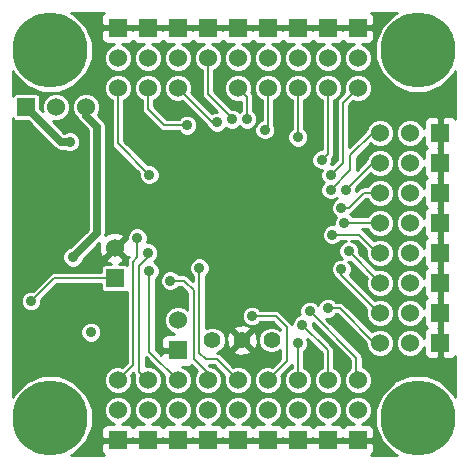
<source format=gbl>
G04 (created by PCBNEW-RS274X (2012-01-19 BZR 3256)-stable) date 10/26/2012 1:28:17 PM*
G01*
G70*
G90*
%MOIN*%
G04 Gerber Fmt 3.4, Leading zero omitted, Abs format*
%FSLAX34Y34*%
G04 APERTURE LIST*
%ADD10C,0.006000*%
%ADD11C,0.250000*%
%ADD12C,0.055000*%
%ADD13R,0.060000X0.060000*%
%ADD14C,0.060000*%
%ADD15C,0.035000*%
%ADD16C,0.008000*%
%ADD17C,0.025000*%
%ADD18C,0.010000*%
G04 APERTURE END LIST*
G54D10*
G54D11*
X64750Y-40250D03*
X64750Y-28000D03*
X52500Y-28000D03*
X52500Y-40250D03*
G54D12*
X57906Y-37660D03*
X59874Y-37660D03*
X58890Y-37660D03*
G54D13*
X55750Y-27250D03*
G54D14*
X55750Y-28250D03*
X55750Y-29250D03*
G54D13*
X51700Y-29900D03*
G54D14*
X52700Y-29900D03*
X53700Y-29900D03*
G54D13*
X62750Y-27250D03*
G54D14*
X62750Y-28250D03*
X62750Y-29250D03*
G54D13*
X65500Y-30750D03*
G54D14*
X64500Y-30750D03*
X63500Y-30750D03*
G54D13*
X65500Y-34750D03*
G54D14*
X64500Y-34750D03*
X63500Y-34750D03*
G54D13*
X65500Y-35750D03*
G54D14*
X64500Y-35750D03*
X63500Y-35750D03*
G54D13*
X65500Y-37750D03*
G54D14*
X64500Y-37750D03*
X63500Y-37750D03*
G54D13*
X65500Y-36750D03*
G54D14*
X64500Y-36750D03*
X63500Y-36750D03*
G54D13*
X62750Y-41000D03*
G54D14*
X62750Y-40000D03*
X62750Y-39000D03*
G54D13*
X61750Y-41000D03*
G54D14*
X61750Y-40000D03*
X61750Y-39000D03*
G54D13*
X59750Y-41000D03*
G54D14*
X59750Y-40000D03*
X59750Y-39000D03*
G54D13*
X60750Y-41000D03*
G54D14*
X60750Y-40000D03*
X60750Y-39000D03*
G54D13*
X58750Y-41000D03*
G54D14*
X58750Y-40000D03*
X58750Y-39000D03*
G54D13*
X65500Y-31750D03*
G54D14*
X64500Y-31750D03*
X63500Y-31750D03*
G54D13*
X65500Y-32750D03*
G54D14*
X64500Y-32750D03*
X63500Y-32750D03*
G54D13*
X65500Y-33750D03*
G54D14*
X64500Y-33750D03*
X63500Y-33750D03*
G54D13*
X57750Y-41000D03*
G54D14*
X57750Y-40000D03*
X57750Y-39000D03*
G54D13*
X56750Y-41000D03*
G54D14*
X56750Y-40000D03*
X56750Y-39000D03*
G54D13*
X55750Y-41000D03*
G54D14*
X55750Y-40000D03*
X55750Y-39000D03*
G54D13*
X54750Y-41000D03*
G54D14*
X54750Y-40000D03*
X54750Y-39000D03*
G54D13*
X54750Y-27250D03*
G54D14*
X54750Y-28250D03*
X54750Y-29250D03*
G54D13*
X61750Y-27250D03*
G54D14*
X61750Y-28250D03*
X61750Y-29250D03*
G54D13*
X60750Y-27250D03*
G54D14*
X60750Y-28250D03*
X60750Y-29250D03*
G54D13*
X59750Y-27250D03*
G54D14*
X59750Y-28250D03*
X59750Y-29250D03*
G54D13*
X58750Y-27250D03*
G54D14*
X58750Y-28250D03*
X58750Y-29250D03*
G54D13*
X56750Y-27250D03*
G54D14*
X56750Y-28250D03*
X56750Y-29250D03*
G54D13*
X54650Y-35600D03*
G54D14*
X54650Y-34600D03*
G54D13*
X57750Y-27250D03*
G54D14*
X57750Y-28250D03*
G54D13*
X56750Y-38000D03*
G54D14*
X56750Y-37000D03*
G54D15*
X53850Y-37400D03*
X55400Y-34250D03*
X55750Y-34750D03*
X55800Y-35350D03*
X56500Y-35680D03*
X62300Y-33750D03*
X62200Y-33250D03*
X62350Y-32650D03*
X57470Y-35250D03*
X61850Y-32650D03*
X61850Y-32150D03*
X59222Y-36862D03*
X60750Y-37750D03*
X60900Y-37150D03*
X61150Y-36700D03*
X62200Y-35300D03*
X61750Y-36600D03*
X62450Y-34700D03*
X61900Y-34150D03*
X61550Y-31650D03*
X55800Y-32150D03*
X57050Y-30500D03*
X58050Y-30400D03*
X58550Y-30300D03*
X59050Y-30300D03*
X59650Y-30650D03*
X60750Y-30900D03*
X53150Y-31050D03*
X51862Y-36362D03*
X53250Y-34900D03*
X51617Y-31936D03*
X53360Y-34000D03*
X61650Y-35350D03*
X60000Y-32050D03*
X56300Y-31500D03*
X54080Y-38320D03*
X51510Y-33540D03*
X52130Y-33010D03*
X61250Y-30150D03*
X57050Y-33450D03*
X57550Y-32100D03*
X58117Y-35273D03*
G54D16*
X55250Y-35070D02*
X55250Y-35050D01*
X55250Y-38500D02*
X54750Y-39000D01*
X55250Y-35070D02*
X55250Y-38500D01*
X55400Y-34900D02*
X55250Y-35050D01*
X55400Y-34250D02*
X55400Y-34900D01*
X55472Y-35178D02*
X55472Y-38722D01*
X55472Y-38722D02*
X55750Y-39000D01*
X55750Y-34900D02*
X55750Y-34750D01*
X55472Y-35178D02*
X55750Y-34900D01*
X55800Y-35350D02*
X55800Y-38050D01*
X55800Y-38050D02*
X56750Y-39000D01*
X57280Y-36010D02*
X56950Y-35680D01*
X57750Y-38770D02*
X57280Y-38300D01*
X57280Y-38300D02*
X57280Y-36010D01*
X56950Y-35680D02*
X56500Y-35680D01*
X57750Y-39000D02*
X57750Y-38770D01*
X62300Y-33750D02*
X63500Y-33750D01*
X62450Y-33250D02*
X62200Y-33250D01*
X63500Y-32750D02*
X62950Y-32750D01*
X62950Y-32750D02*
X62450Y-33250D01*
X63500Y-31750D02*
X63250Y-31750D01*
X63250Y-31750D02*
X62350Y-32650D01*
X57470Y-35250D02*
X57470Y-38080D01*
X58040Y-38290D02*
X58750Y-39000D01*
X57680Y-38290D02*
X58040Y-38290D01*
X57470Y-38080D02*
X57680Y-38290D01*
X63500Y-30750D02*
X63250Y-30750D01*
X63250Y-30750D02*
X62500Y-31500D01*
X62500Y-31500D02*
X62500Y-32000D01*
X62500Y-32000D02*
X61850Y-32650D01*
X62250Y-31750D02*
X62250Y-29750D01*
X62250Y-29750D02*
X62750Y-29250D01*
X61850Y-32150D02*
X62250Y-31750D01*
X59222Y-36862D02*
X60012Y-36862D01*
X60380Y-38370D02*
X59750Y-39000D01*
X60380Y-37230D02*
X60380Y-38370D01*
X60012Y-36862D02*
X60380Y-37230D01*
X60750Y-39000D02*
X60750Y-37750D01*
X61750Y-39000D02*
X61750Y-38000D01*
X61750Y-38000D02*
X60900Y-37150D01*
X62700Y-38950D02*
X62750Y-39000D01*
X62700Y-38250D02*
X62700Y-38950D01*
X61150Y-36700D02*
X62700Y-38250D01*
X62200Y-35500D02*
X62200Y-35300D01*
X63450Y-36750D02*
X62200Y-35500D01*
X63500Y-36750D02*
X63450Y-36750D01*
X62150Y-36600D02*
X63300Y-37750D01*
X63300Y-37750D02*
X63500Y-37750D01*
X61750Y-36600D02*
X62150Y-36600D01*
X63500Y-35750D02*
X62450Y-34700D01*
X62800Y-34150D02*
X61900Y-34150D01*
X63400Y-34750D02*
X62800Y-34150D01*
X63500Y-34750D02*
X63400Y-34750D01*
X61550Y-31650D02*
X61750Y-31450D01*
X61750Y-31450D02*
X61750Y-29250D01*
X54750Y-31100D02*
X55800Y-32150D01*
X54750Y-29250D02*
X54750Y-31100D01*
X55750Y-29250D02*
X55750Y-29950D01*
X56300Y-30500D02*
X57050Y-30500D01*
X55750Y-29950D02*
X56300Y-30500D01*
X58050Y-30400D02*
X57900Y-30400D01*
X57900Y-30400D02*
X56750Y-29250D01*
X58550Y-30250D02*
X58550Y-30300D01*
X57750Y-29450D02*
X58550Y-30250D01*
X57750Y-28250D02*
X57750Y-29450D01*
X59050Y-30300D02*
X59050Y-29550D01*
X59050Y-29550D02*
X58750Y-29250D01*
X59750Y-30550D02*
X59650Y-30650D01*
X59750Y-29250D02*
X59750Y-30550D01*
X60750Y-30900D02*
X60750Y-29250D01*
G54D17*
X53150Y-31050D02*
X52850Y-31050D01*
X52850Y-31050D02*
X51700Y-29900D01*
G54D16*
X52624Y-35600D02*
X54650Y-35600D01*
X51862Y-36362D02*
X52624Y-35600D01*
G54D17*
X54050Y-34100D02*
X53250Y-34900D01*
X53700Y-29900D02*
X53700Y-30200D01*
X53700Y-30200D02*
X54050Y-30550D01*
X54050Y-30550D02*
X54050Y-34100D01*
G54D10*
G36*
X66005Y-39572D02*
X65953Y-39447D01*
X65555Y-39048D01*
X65450Y-39004D01*
X65450Y-38238D01*
X65450Y-37850D01*
X65450Y-37800D01*
X65450Y-37700D01*
X65450Y-37650D01*
X65450Y-37262D01*
X65438Y-37250D01*
X65450Y-37238D01*
X65450Y-36850D01*
X65450Y-36800D01*
X65450Y-36700D01*
X65450Y-36650D01*
X65450Y-36262D01*
X65438Y-36250D01*
X65450Y-36238D01*
X65450Y-35850D01*
X65450Y-35800D01*
X65450Y-35700D01*
X65450Y-35650D01*
X65450Y-35262D01*
X65438Y-35250D01*
X65450Y-35238D01*
X65450Y-34850D01*
X65450Y-34800D01*
X65450Y-34700D01*
X65450Y-34650D01*
X65450Y-34262D01*
X65438Y-34250D01*
X65450Y-34238D01*
X65450Y-33850D01*
X65450Y-33800D01*
X65450Y-33700D01*
X65450Y-33650D01*
X65450Y-33262D01*
X65438Y-33250D01*
X65450Y-33238D01*
X65450Y-32850D01*
X65450Y-32800D01*
X65450Y-32700D01*
X65450Y-32650D01*
X65450Y-32262D01*
X65438Y-32250D01*
X65450Y-32238D01*
X65450Y-31850D01*
X65450Y-31800D01*
X65450Y-31700D01*
X65450Y-31650D01*
X65450Y-31262D01*
X65438Y-31250D01*
X65450Y-31238D01*
X65450Y-30850D01*
X65450Y-30800D01*
X65450Y-30700D01*
X65450Y-30650D01*
X65450Y-30262D01*
X65388Y-30200D01*
X65151Y-30201D01*
X65059Y-30239D01*
X64989Y-30309D01*
X64951Y-30400D01*
X64951Y-30499D01*
X64950Y-30608D01*
X64899Y-30484D01*
X64767Y-30352D01*
X64594Y-30280D01*
X64407Y-30280D01*
X64234Y-30351D01*
X64102Y-30483D01*
X64030Y-30656D01*
X64030Y-30843D01*
X64101Y-31016D01*
X64233Y-31148D01*
X64406Y-31220D01*
X64593Y-31220D01*
X64766Y-31149D01*
X64898Y-31017D01*
X64950Y-30891D01*
X64951Y-31001D01*
X64951Y-31100D01*
X64989Y-31191D01*
X65048Y-31250D01*
X64989Y-31309D01*
X64951Y-31400D01*
X64951Y-31499D01*
X64950Y-31608D01*
X64899Y-31484D01*
X64767Y-31352D01*
X64594Y-31280D01*
X64407Y-31280D01*
X64234Y-31351D01*
X64102Y-31483D01*
X64030Y-31656D01*
X64030Y-31843D01*
X64101Y-32016D01*
X64233Y-32148D01*
X64406Y-32220D01*
X64593Y-32220D01*
X64766Y-32149D01*
X64898Y-32017D01*
X64950Y-31891D01*
X64951Y-32001D01*
X64951Y-32100D01*
X64989Y-32191D01*
X65048Y-32250D01*
X64989Y-32309D01*
X64951Y-32400D01*
X64951Y-32499D01*
X64950Y-32608D01*
X64899Y-32484D01*
X64767Y-32352D01*
X64594Y-32280D01*
X64407Y-32280D01*
X64234Y-32351D01*
X64102Y-32483D01*
X64030Y-32656D01*
X64030Y-32843D01*
X64101Y-33016D01*
X64233Y-33148D01*
X64406Y-33220D01*
X64593Y-33220D01*
X64766Y-33149D01*
X64898Y-33017D01*
X64950Y-32891D01*
X64951Y-33001D01*
X64951Y-33100D01*
X64989Y-33191D01*
X65048Y-33250D01*
X64989Y-33309D01*
X64951Y-33400D01*
X64951Y-33499D01*
X64950Y-33608D01*
X64899Y-33484D01*
X64767Y-33352D01*
X64594Y-33280D01*
X64407Y-33280D01*
X64234Y-33351D01*
X64102Y-33483D01*
X64030Y-33656D01*
X64030Y-33843D01*
X64101Y-34016D01*
X64233Y-34148D01*
X64406Y-34220D01*
X64593Y-34220D01*
X64766Y-34149D01*
X64898Y-34017D01*
X64950Y-33891D01*
X64951Y-34001D01*
X64951Y-34100D01*
X64989Y-34191D01*
X65048Y-34250D01*
X64989Y-34309D01*
X64951Y-34400D01*
X64951Y-34499D01*
X64950Y-34608D01*
X64899Y-34484D01*
X64767Y-34352D01*
X64594Y-34280D01*
X64407Y-34280D01*
X64234Y-34351D01*
X64102Y-34483D01*
X64030Y-34656D01*
X64030Y-34843D01*
X64101Y-35016D01*
X64233Y-35148D01*
X64406Y-35220D01*
X64593Y-35220D01*
X64766Y-35149D01*
X64898Y-35017D01*
X64950Y-34891D01*
X64951Y-35001D01*
X64951Y-35100D01*
X64989Y-35191D01*
X65048Y-35250D01*
X64989Y-35309D01*
X64951Y-35400D01*
X64951Y-35499D01*
X64950Y-35608D01*
X64899Y-35484D01*
X64767Y-35352D01*
X64594Y-35280D01*
X64407Y-35280D01*
X64234Y-35351D01*
X64102Y-35483D01*
X64030Y-35656D01*
X64030Y-35843D01*
X64101Y-36016D01*
X64233Y-36148D01*
X64406Y-36220D01*
X64593Y-36220D01*
X64766Y-36149D01*
X64898Y-36017D01*
X64950Y-35891D01*
X64951Y-36001D01*
X64951Y-36100D01*
X64989Y-36191D01*
X65048Y-36250D01*
X64989Y-36309D01*
X64951Y-36400D01*
X64951Y-36499D01*
X64950Y-36608D01*
X64899Y-36484D01*
X64767Y-36352D01*
X64594Y-36280D01*
X64407Y-36280D01*
X64234Y-36351D01*
X64102Y-36483D01*
X64030Y-36656D01*
X64030Y-36843D01*
X64101Y-37016D01*
X64233Y-37148D01*
X64406Y-37220D01*
X64593Y-37220D01*
X64766Y-37149D01*
X64898Y-37017D01*
X64950Y-36891D01*
X64951Y-37001D01*
X64951Y-37100D01*
X64989Y-37191D01*
X65048Y-37250D01*
X64989Y-37309D01*
X64951Y-37400D01*
X64951Y-37499D01*
X64950Y-37608D01*
X64899Y-37484D01*
X64767Y-37352D01*
X64594Y-37280D01*
X64407Y-37280D01*
X64234Y-37351D01*
X64102Y-37483D01*
X64030Y-37656D01*
X64030Y-37843D01*
X64101Y-38016D01*
X64233Y-38148D01*
X64406Y-38220D01*
X64593Y-38220D01*
X64766Y-38149D01*
X64898Y-38017D01*
X64950Y-37891D01*
X64951Y-38001D01*
X64951Y-38100D01*
X64989Y-38191D01*
X65059Y-38261D01*
X65151Y-38299D01*
X65388Y-38300D01*
X65450Y-38238D01*
X65450Y-39004D01*
X65033Y-38831D01*
X64469Y-38831D01*
X63970Y-39037D01*
X63970Y-37844D01*
X63970Y-37657D01*
X63970Y-36844D01*
X63970Y-36657D01*
X63899Y-36484D01*
X63767Y-36352D01*
X63594Y-36280D01*
X63407Y-36280D01*
X63314Y-36317D01*
X62491Y-35495D01*
X62491Y-35494D01*
X62544Y-35369D01*
X62544Y-35232D01*
X62492Y-35106D01*
X62430Y-35044D01*
X62497Y-35044D01*
X63053Y-35600D01*
X63030Y-35656D01*
X63030Y-35843D01*
X63101Y-36016D01*
X63233Y-36148D01*
X63406Y-36220D01*
X63593Y-36220D01*
X63766Y-36149D01*
X63898Y-36017D01*
X63970Y-35844D01*
X63970Y-35657D01*
X63899Y-35484D01*
X63767Y-35352D01*
X63594Y-35280D01*
X63407Y-35280D01*
X63350Y-35303D01*
X62794Y-34747D01*
X62794Y-34632D01*
X62742Y-34506D01*
X62645Y-34409D01*
X62528Y-34360D01*
X62713Y-34360D01*
X63030Y-34676D01*
X63030Y-34843D01*
X63101Y-35016D01*
X63233Y-35148D01*
X63406Y-35220D01*
X63593Y-35220D01*
X63766Y-35149D01*
X63898Y-35017D01*
X63970Y-34844D01*
X63970Y-34657D01*
X63899Y-34484D01*
X63767Y-34352D01*
X63594Y-34280D01*
X63407Y-34280D01*
X63279Y-34332D01*
X62948Y-34002D01*
X62886Y-33960D01*
X63078Y-33960D01*
X63101Y-34016D01*
X63233Y-34148D01*
X63406Y-34220D01*
X63593Y-34220D01*
X63766Y-34149D01*
X63898Y-34017D01*
X63970Y-33844D01*
X63970Y-33657D01*
X63899Y-33484D01*
X63767Y-33352D01*
X63594Y-33280D01*
X63407Y-33280D01*
X63234Y-33351D01*
X63102Y-33483D01*
X63078Y-33540D01*
X62576Y-33540D01*
X62495Y-33459D01*
X62482Y-33453D01*
X62517Y-33446D01*
X62530Y-33444D01*
X62531Y-33444D01*
X62598Y-33398D01*
X63036Y-32960D01*
X63078Y-32960D01*
X63101Y-33016D01*
X63233Y-33148D01*
X63406Y-33220D01*
X63593Y-33220D01*
X63766Y-33149D01*
X63898Y-33017D01*
X63970Y-32844D01*
X63970Y-32657D01*
X63899Y-32484D01*
X63767Y-32352D01*
X63594Y-32280D01*
X63407Y-32280D01*
X63234Y-32351D01*
X63102Y-32483D01*
X63078Y-32540D01*
X62950Y-32540D01*
X62882Y-32553D01*
X62869Y-32556D01*
X62801Y-32602D01*
X62694Y-32709D01*
X62694Y-32602D01*
X63190Y-32105D01*
X63233Y-32148D01*
X63406Y-32220D01*
X63593Y-32220D01*
X63766Y-32149D01*
X63898Y-32017D01*
X63970Y-31844D01*
X63970Y-31657D01*
X63899Y-31484D01*
X63767Y-31352D01*
X63594Y-31280D01*
X63407Y-31280D01*
X63234Y-31351D01*
X63102Y-31483D01*
X63030Y-31656D01*
X63030Y-31673D01*
X62710Y-31993D01*
X62710Y-31586D01*
X63190Y-31105D01*
X63233Y-31148D01*
X63406Y-31220D01*
X63593Y-31220D01*
X63766Y-31149D01*
X63898Y-31017D01*
X63970Y-30844D01*
X63970Y-30657D01*
X63899Y-30484D01*
X63767Y-30352D01*
X63594Y-30280D01*
X63407Y-30280D01*
X63300Y-30323D01*
X63300Y-27362D01*
X63238Y-27300D01*
X62850Y-27300D01*
X62800Y-27300D01*
X62700Y-27300D01*
X62650Y-27300D01*
X62262Y-27300D01*
X62250Y-27312D01*
X62238Y-27300D01*
X61850Y-27300D01*
X61800Y-27300D01*
X61700Y-27300D01*
X61650Y-27300D01*
X61262Y-27300D01*
X61250Y-27312D01*
X61238Y-27300D01*
X60850Y-27300D01*
X60800Y-27300D01*
X60700Y-27300D01*
X60650Y-27300D01*
X60262Y-27300D01*
X60250Y-27312D01*
X60238Y-27300D01*
X59850Y-27300D01*
X59800Y-27300D01*
X59700Y-27300D01*
X59650Y-27300D01*
X59262Y-27300D01*
X59250Y-27312D01*
X59238Y-27300D01*
X58850Y-27300D01*
X58800Y-27300D01*
X58700Y-27300D01*
X58650Y-27300D01*
X58262Y-27300D01*
X58250Y-27312D01*
X58238Y-27300D01*
X57850Y-27300D01*
X57800Y-27300D01*
X57700Y-27300D01*
X57650Y-27300D01*
X57262Y-27300D01*
X57250Y-27312D01*
X57238Y-27300D01*
X56850Y-27300D01*
X56800Y-27300D01*
X56700Y-27300D01*
X56650Y-27300D01*
X56262Y-27300D01*
X56250Y-27312D01*
X56238Y-27300D01*
X55850Y-27300D01*
X55800Y-27300D01*
X55700Y-27300D01*
X55650Y-27300D01*
X55262Y-27300D01*
X55250Y-27312D01*
X55238Y-27300D01*
X54850Y-27300D01*
X54800Y-27300D01*
X54700Y-27300D01*
X54650Y-27300D01*
X54262Y-27300D01*
X54200Y-27362D01*
X54201Y-27599D01*
X54239Y-27691D01*
X54309Y-27761D01*
X54400Y-27799D01*
X54499Y-27799D01*
X54608Y-27799D01*
X54484Y-27851D01*
X54352Y-27983D01*
X54280Y-28156D01*
X54280Y-28343D01*
X54351Y-28516D01*
X54483Y-28648D01*
X54656Y-28720D01*
X54843Y-28720D01*
X55016Y-28649D01*
X55148Y-28517D01*
X55220Y-28344D01*
X55220Y-28157D01*
X55149Y-27984D01*
X55017Y-27852D01*
X54891Y-27799D01*
X55001Y-27799D01*
X55100Y-27799D01*
X55191Y-27761D01*
X55250Y-27702D01*
X55309Y-27761D01*
X55400Y-27799D01*
X55499Y-27799D01*
X55608Y-27799D01*
X55484Y-27851D01*
X55352Y-27983D01*
X55280Y-28156D01*
X55280Y-28343D01*
X55351Y-28516D01*
X55483Y-28648D01*
X55656Y-28720D01*
X55843Y-28720D01*
X56016Y-28649D01*
X56148Y-28517D01*
X56220Y-28344D01*
X56220Y-28157D01*
X56149Y-27984D01*
X56017Y-27852D01*
X55891Y-27799D01*
X56001Y-27799D01*
X56100Y-27799D01*
X56191Y-27761D01*
X56250Y-27702D01*
X56309Y-27761D01*
X56400Y-27799D01*
X56499Y-27799D01*
X56608Y-27799D01*
X56484Y-27851D01*
X56352Y-27983D01*
X56280Y-28156D01*
X56280Y-28343D01*
X56351Y-28516D01*
X56483Y-28648D01*
X56656Y-28720D01*
X56843Y-28720D01*
X57016Y-28649D01*
X57148Y-28517D01*
X57220Y-28344D01*
X57220Y-28157D01*
X57149Y-27984D01*
X57017Y-27852D01*
X56891Y-27799D01*
X57001Y-27799D01*
X57100Y-27799D01*
X57191Y-27761D01*
X57250Y-27702D01*
X57309Y-27761D01*
X57400Y-27799D01*
X57499Y-27799D01*
X57608Y-27799D01*
X57484Y-27851D01*
X57352Y-27983D01*
X57280Y-28156D01*
X57280Y-28343D01*
X57351Y-28516D01*
X57483Y-28648D01*
X57540Y-28671D01*
X57540Y-29450D01*
X57553Y-29517D01*
X57556Y-29531D01*
X57602Y-29598D01*
X58059Y-30056D01*
X57982Y-30056D01*
X57890Y-30093D01*
X57196Y-29400D01*
X57220Y-29344D01*
X57220Y-29157D01*
X57149Y-28984D01*
X57017Y-28852D01*
X56844Y-28780D01*
X56657Y-28780D01*
X56484Y-28851D01*
X56352Y-28983D01*
X56280Y-29156D01*
X56280Y-29343D01*
X56351Y-29516D01*
X56483Y-29648D01*
X56656Y-29720D01*
X56843Y-29720D01*
X56900Y-29696D01*
X57730Y-30527D01*
X57758Y-30594D01*
X57855Y-30691D01*
X57981Y-30744D01*
X58118Y-30744D01*
X58244Y-30692D01*
X58341Y-30595D01*
X58346Y-30582D01*
X58355Y-30591D01*
X58481Y-30644D01*
X58618Y-30644D01*
X58744Y-30592D01*
X58800Y-30536D01*
X58855Y-30591D01*
X58981Y-30644D01*
X59118Y-30644D01*
X59244Y-30592D01*
X59341Y-30495D01*
X59306Y-30581D01*
X59306Y-30718D01*
X59358Y-30844D01*
X59455Y-30941D01*
X59581Y-30994D01*
X59718Y-30994D01*
X59844Y-30942D01*
X59941Y-30845D01*
X59994Y-30719D01*
X59994Y-30582D01*
X59960Y-30499D01*
X59960Y-29671D01*
X60016Y-29649D01*
X60148Y-29517D01*
X60220Y-29344D01*
X60220Y-29157D01*
X60149Y-28984D01*
X60017Y-28852D01*
X59844Y-28780D01*
X59657Y-28780D01*
X59484Y-28851D01*
X59352Y-28983D01*
X59280Y-29156D01*
X59280Y-29343D01*
X59351Y-29516D01*
X59483Y-29648D01*
X59540Y-29671D01*
X59540Y-30323D01*
X59456Y-30358D01*
X59359Y-30455D01*
X59341Y-30495D01*
X59394Y-30369D01*
X59394Y-30232D01*
X59342Y-30106D01*
X59260Y-30024D01*
X59260Y-29550D01*
X59246Y-29482D01*
X59244Y-29470D01*
X59244Y-29469D01*
X59198Y-29402D01*
X59198Y-29401D01*
X59196Y-29400D01*
X59196Y-29399D01*
X59220Y-29344D01*
X59220Y-29157D01*
X59149Y-28984D01*
X59017Y-28852D01*
X58844Y-28780D01*
X58657Y-28780D01*
X58484Y-28851D01*
X58352Y-28983D01*
X58280Y-29156D01*
X58280Y-29343D01*
X58351Y-29516D01*
X58483Y-29648D01*
X58656Y-29720D01*
X58840Y-29720D01*
X58840Y-30024D01*
X58800Y-30064D01*
X58745Y-30009D01*
X58619Y-29956D01*
X58552Y-29956D01*
X57960Y-29363D01*
X57960Y-28671D01*
X58016Y-28649D01*
X58148Y-28517D01*
X58220Y-28344D01*
X58220Y-28157D01*
X58149Y-27984D01*
X58017Y-27852D01*
X57891Y-27799D01*
X58001Y-27799D01*
X58100Y-27799D01*
X58191Y-27761D01*
X58250Y-27702D01*
X58309Y-27761D01*
X58400Y-27799D01*
X58499Y-27799D01*
X58608Y-27799D01*
X58484Y-27851D01*
X58352Y-27983D01*
X58280Y-28156D01*
X58280Y-28343D01*
X58351Y-28516D01*
X58483Y-28648D01*
X58656Y-28720D01*
X58843Y-28720D01*
X59016Y-28649D01*
X59148Y-28517D01*
X59220Y-28344D01*
X59220Y-28157D01*
X59149Y-27984D01*
X59017Y-27852D01*
X58891Y-27799D01*
X59001Y-27799D01*
X59100Y-27799D01*
X59191Y-27761D01*
X59250Y-27702D01*
X59309Y-27761D01*
X59400Y-27799D01*
X59499Y-27799D01*
X59608Y-27799D01*
X59484Y-27851D01*
X59352Y-27983D01*
X59280Y-28156D01*
X59280Y-28343D01*
X59351Y-28516D01*
X59483Y-28648D01*
X59656Y-28720D01*
X59843Y-28720D01*
X60016Y-28649D01*
X60148Y-28517D01*
X60220Y-28344D01*
X60220Y-28157D01*
X60149Y-27984D01*
X60017Y-27852D01*
X59891Y-27799D01*
X60001Y-27799D01*
X60100Y-27799D01*
X60191Y-27761D01*
X60250Y-27702D01*
X60309Y-27761D01*
X60400Y-27799D01*
X60499Y-27799D01*
X60608Y-27799D01*
X60484Y-27851D01*
X60352Y-27983D01*
X60280Y-28156D01*
X60280Y-28343D01*
X60351Y-28516D01*
X60483Y-28648D01*
X60656Y-28720D01*
X60843Y-28720D01*
X61016Y-28649D01*
X61148Y-28517D01*
X61220Y-28344D01*
X61220Y-28157D01*
X61149Y-27984D01*
X61017Y-27852D01*
X60891Y-27799D01*
X61001Y-27799D01*
X61100Y-27799D01*
X61191Y-27761D01*
X61250Y-27702D01*
X61309Y-27761D01*
X61400Y-27799D01*
X61499Y-27799D01*
X61608Y-27799D01*
X61484Y-27851D01*
X61352Y-27983D01*
X61280Y-28156D01*
X61280Y-28343D01*
X61351Y-28516D01*
X61483Y-28648D01*
X61656Y-28720D01*
X61843Y-28720D01*
X62016Y-28649D01*
X62148Y-28517D01*
X62220Y-28344D01*
X62220Y-28157D01*
X62149Y-27984D01*
X62017Y-27852D01*
X61891Y-27799D01*
X62001Y-27799D01*
X62100Y-27799D01*
X62191Y-27761D01*
X62250Y-27702D01*
X62309Y-27761D01*
X62400Y-27799D01*
X62499Y-27799D01*
X62608Y-27799D01*
X62484Y-27851D01*
X62352Y-27983D01*
X62280Y-28156D01*
X62280Y-28343D01*
X62351Y-28516D01*
X62483Y-28648D01*
X62656Y-28720D01*
X62843Y-28720D01*
X63016Y-28649D01*
X63148Y-28517D01*
X63220Y-28344D01*
X63220Y-28157D01*
X63149Y-27984D01*
X63017Y-27852D01*
X62891Y-27799D01*
X63001Y-27799D01*
X63100Y-27799D01*
X63191Y-27761D01*
X63261Y-27691D01*
X63299Y-27599D01*
X63300Y-27362D01*
X63300Y-30323D01*
X63234Y-30351D01*
X63102Y-30483D01*
X63030Y-30656D01*
X63030Y-30673D01*
X62460Y-31243D01*
X62460Y-29836D01*
X62599Y-29696D01*
X62656Y-29720D01*
X62843Y-29720D01*
X63016Y-29649D01*
X63148Y-29517D01*
X63220Y-29344D01*
X63220Y-29157D01*
X63149Y-28984D01*
X63017Y-28852D01*
X62844Y-28780D01*
X62657Y-28780D01*
X62484Y-28851D01*
X62352Y-28983D01*
X62280Y-29156D01*
X62280Y-29343D01*
X62303Y-29400D01*
X62102Y-29602D01*
X62056Y-29669D01*
X62053Y-29682D01*
X62040Y-29750D01*
X62040Y-31663D01*
X61897Y-31806D01*
X61857Y-31806D01*
X61894Y-31719D01*
X61894Y-31602D01*
X61898Y-31599D01*
X61898Y-31598D01*
X61928Y-31553D01*
X61943Y-31531D01*
X61944Y-31530D01*
X61959Y-31451D01*
X61960Y-31450D01*
X61960Y-29671D01*
X62016Y-29649D01*
X62148Y-29517D01*
X62220Y-29344D01*
X62220Y-29157D01*
X62149Y-28984D01*
X62017Y-28852D01*
X61844Y-28780D01*
X61657Y-28780D01*
X61484Y-28851D01*
X61352Y-28983D01*
X61280Y-29156D01*
X61280Y-29343D01*
X61351Y-29516D01*
X61483Y-29648D01*
X61540Y-29671D01*
X61540Y-31306D01*
X61482Y-31306D01*
X61356Y-31358D01*
X61259Y-31455D01*
X61220Y-31547D01*
X61220Y-29344D01*
X61220Y-29157D01*
X61149Y-28984D01*
X61017Y-28852D01*
X60844Y-28780D01*
X60657Y-28780D01*
X60484Y-28851D01*
X60352Y-28983D01*
X60280Y-29156D01*
X60280Y-29343D01*
X60351Y-29516D01*
X60483Y-29648D01*
X60540Y-29671D01*
X60540Y-30624D01*
X60459Y-30705D01*
X60406Y-30831D01*
X60406Y-30968D01*
X60458Y-31094D01*
X60555Y-31191D01*
X60681Y-31244D01*
X60818Y-31244D01*
X60944Y-31192D01*
X61041Y-31095D01*
X61094Y-30969D01*
X61094Y-30832D01*
X61042Y-30706D01*
X60960Y-30624D01*
X60960Y-29671D01*
X61016Y-29649D01*
X61148Y-29517D01*
X61220Y-29344D01*
X61220Y-31547D01*
X61206Y-31581D01*
X61206Y-31718D01*
X61258Y-31844D01*
X61355Y-31941D01*
X61481Y-31994D01*
X61542Y-31994D01*
X61506Y-32081D01*
X61506Y-32218D01*
X61558Y-32344D01*
X61614Y-32400D01*
X61559Y-32455D01*
X61506Y-32581D01*
X61506Y-32718D01*
X61558Y-32844D01*
X61655Y-32941D01*
X61781Y-32994D01*
X61918Y-32994D01*
X62044Y-32942D01*
X62006Y-32958D01*
X61909Y-33055D01*
X61856Y-33181D01*
X61856Y-33318D01*
X61908Y-33444D01*
X62005Y-33541D01*
X62017Y-33546D01*
X62009Y-33555D01*
X61956Y-33681D01*
X61956Y-33806D01*
X61832Y-33806D01*
X61706Y-33858D01*
X61609Y-33955D01*
X61556Y-34081D01*
X61556Y-34218D01*
X61608Y-34344D01*
X61705Y-34441D01*
X61831Y-34494D01*
X61968Y-34494D01*
X62094Y-34442D01*
X62176Y-34360D01*
X62372Y-34360D01*
X62256Y-34408D01*
X62159Y-34505D01*
X62106Y-34631D01*
X62106Y-34768D01*
X62158Y-34894D01*
X62220Y-34956D01*
X62132Y-34956D01*
X62006Y-35008D01*
X61909Y-35105D01*
X61856Y-35231D01*
X61856Y-35368D01*
X61908Y-35494D01*
X62005Y-35591D01*
X62016Y-35595D01*
X62052Y-35648D01*
X63038Y-36635D01*
X63030Y-36656D01*
X63030Y-36843D01*
X63101Y-37016D01*
X63233Y-37148D01*
X63406Y-37220D01*
X63593Y-37220D01*
X63766Y-37149D01*
X63898Y-37017D01*
X63970Y-36844D01*
X63970Y-37657D01*
X63899Y-37484D01*
X63767Y-37352D01*
X63594Y-37280D01*
X63407Y-37280D01*
X63234Y-37351D01*
X63215Y-37369D01*
X62298Y-36452D01*
X62231Y-36406D01*
X62217Y-36403D01*
X62150Y-36390D01*
X62026Y-36390D01*
X61945Y-36309D01*
X61819Y-36256D01*
X61682Y-36256D01*
X61556Y-36308D01*
X61459Y-36405D01*
X61424Y-36488D01*
X61345Y-36409D01*
X61219Y-36356D01*
X61082Y-36356D01*
X60956Y-36408D01*
X60859Y-36505D01*
X60806Y-36631D01*
X60806Y-36768D01*
X60823Y-36809D01*
X60706Y-36858D01*
X60609Y-36955D01*
X60556Y-37081D01*
X60556Y-37123D01*
X60528Y-37082D01*
X60528Y-37081D01*
X60160Y-36714D01*
X60093Y-36668D01*
X60079Y-36665D01*
X60012Y-36652D01*
X59498Y-36652D01*
X59417Y-36571D01*
X59291Y-36518D01*
X59154Y-36518D01*
X59028Y-36570D01*
X58931Y-36667D01*
X58878Y-36793D01*
X58878Y-36930D01*
X58930Y-37056D01*
X59027Y-37153D01*
X59153Y-37206D01*
X58964Y-37141D01*
X58760Y-37152D01*
X58623Y-37208D01*
X58600Y-37299D01*
X58890Y-37589D01*
X59180Y-37299D01*
X59157Y-37208D01*
X59153Y-37206D01*
X59290Y-37206D01*
X59416Y-37154D01*
X59498Y-37072D01*
X59925Y-37072D01*
X60170Y-37316D01*
X60170Y-37328D01*
X60126Y-37284D01*
X59963Y-37216D01*
X59786Y-37216D01*
X59623Y-37283D01*
X59498Y-37408D01*
X59430Y-37571D01*
X59430Y-37748D01*
X59497Y-37911D01*
X59622Y-38036D01*
X59785Y-38104D01*
X59962Y-38104D01*
X60125Y-38037D01*
X60170Y-37992D01*
X60170Y-38283D01*
X59900Y-38553D01*
X59844Y-38530D01*
X59657Y-38530D01*
X59484Y-38601D01*
X59409Y-38676D01*
X59409Y-37734D01*
X59398Y-37530D01*
X59342Y-37393D01*
X59251Y-37370D01*
X58961Y-37660D01*
X59251Y-37950D01*
X59342Y-37927D01*
X59409Y-37734D01*
X59409Y-38676D01*
X59352Y-38733D01*
X59280Y-38906D01*
X59280Y-39093D01*
X59351Y-39266D01*
X59483Y-39398D01*
X59656Y-39470D01*
X59843Y-39470D01*
X60016Y-39399D01*
X60148Y-39267D01*
X60220Y-39094D01*
X60220Y-38907D01*
X60196Y-38849D01*
X60528Y-38519D01*
X60528Y-38518D01*
X60540Y-38500D01*
X60540Y-38578D01*
X60484Y-38601D01*
X60352Y-38733D01*
X60280Y-38906D01*
X60280Y-39093D01*
X60351Y-39266D01*
X60483Y-39398D01*
X60656Y-39470D01*
X60843Y-39470D01*
X61016Y-39399D01*
X61148Y-39267D01*
X61220Y-39094D01*
X61220Y-38907D01*
X61149Y-38734D01*
X61017Y-38602D01*
X60960Y-38578D01*
X60960Y-38026D01*
X61041Y-37945D01*
X61094Y-37819D01*
X61094Y-37682D01*
X61064Y-37611D01*
X61540Y-38086D01*
X61540Y-38578D01*
X61484Y-38601D01*
X61352Y-38733D01*
X61280Y-38906D01*
X61280Y-39093D01*
X61351Y-39266D01*
X61483Y-39398D01*
X61656Y-39470D01*
X61843Y-39470D01*
X62016Y-39399D01*
X62148Y-39267D01*
X62220Y-39094D01*
X62220Y-38907D01*
X62149Y-38734D01*
X62017Y-38602D01*
X61960Y-38578D01*
X61960Y-38000D01*
X61946Y-37932D01*
X61944Y-37920D01*
X61944Y-37919D01*
X61898Y-37852D01*
X61898Y-37851D01*
X61244Y-37197D01*
X61244Y-37090D01*
X62490Y-38336D01*
X62490Y-38598D01*
X62484Y-38601D01*
X62352Y-38733D01*
X62280Y-38906D01*
X62280Y-39093D01*
X62351Y-39266D01*
X62483Y-39398D01*
X62656Y-39470D01*
X62843Y-39470D01*
X63016Y-39399D01*
X63148Y-39267D01*
X63220Y-39094D01*
X63220Y-38907D01*
X63149Y-38734D01*
X63017Y-38602D01*
X62910Y-38557D01*
X62910Y-38250D01*
X62896Y-38182D01*
X62894Y-38170D01*
X62894Y-38169D01*
X62848Y-38102D01*
X62848Y-38101D01*
X61690Y-36944D01*
X61818Y-36944D01*
X61944Y-36892D01*
X62026Y-36810D01*
X62063Y-36810D01*
X63030Y-37776D01*
X63030Y-37843D01*
X63101Y-38016D01*
X63233Y-38148D01*
X63406Y-38220D01*
X63593Y-38220D01*
X63766Y-38149D01*
X63898Y-38017D01*
X63970Y-37844D01*
X63970Y-39037D01*
X63947Y-39047D01*
X63548Y-39445D01*
X63331Y-39967D01*
X63331Y-40531D01*
X63547Y-41053D01*
X63945Y-41452D01*
X64072Y-41505D01*
X63197Y-41505D01*
X63261Y-41441D01*
X63299Y-41349D01*
X63300Y-41112D01*
X63300Y-40888D01*
X63299Y-40651D01*
X63261Y-40559D01*
X63191Y-40489D01*
X63100Y-40451D01*
X63001Y-40451D01*
X62891Y-40450D01*
X63016Y-40399D01*
X63148Y-40267D01*
X63220Y-40094D01*
X63220Y-39907D01*
X63149Y-39734D01*
X63017Y-39602D01*
X62844Y-39530D01*
X62657Y-39530D01*
X62484Y-39601D01*
X62352Y-39733D01*
X62280Y-39906D01*
X62280Y-40093D01*
X62351Y-40266D01*
X62483Y-40398D01*
X62608Y-40450D01*
X62499Y-40451D01*
X62400Y-40451D01*
X62309Y-40489D01*
X62250Y-40548D01*
X62191Y-40489D01*
X62100Y-40451D01*
X62001Y-40451D01*
X61891Y-40450D01*
X62016Y-40399D01*
X62148Y-40267D01*
X62220Y-40094D01*
X62220Y-39907D01*
X62149Y-39734D01*
X62017Y-39602D01*
X61844Y-39530D01*
X61657Y-39530D01*
X61484Y-39601D01*
X61352Y-39733D01*
X61280Y-39906D01*
X61280Y-40093D01*
X61351Y-40266D01*
X61483Y-40398D01*
X61608Y-40450D01*
X61499Y-40451D01*
X61400Y-40451D01*
X61309Y-40489D01*
X61250Y-40548D01*
X61191Y-40489D01*
X61100Y-40451D01*
X61001Y-40451D01*
X60891Y-40450D01*
X61016Y-40399D01*
X61148Y-40267D01*
X61220Y-40094D01*
X61220Y-39907D01*
X61149Y-39734D01*
X61017Y-39602D01*
X60844Y-39530D01*
X60657Y-39530D01*
X60484Y-39601D01*
X60352Y-39733D01*
X60280Y-39906D01*
X60280Y-40093D01*
X60351Y-40266D01*
X60483Y-40398D01*
X60608Y-40450D01*
X60499Y-40451D01*
X60400Y-40451D01*
X60309Y-40489D01*
X60250Y-40548D01*
X60191Y-40489D01*
X60100Y-40451D01*
X60001Y-40451D01*
X59891Y-40450D01*
X60016Y-40399D01*
X60148Y-40267D01*
X60220Y-40094D01*
X60220Y-39907D01*
X60149Y-39734D01*
X60017Y-39602D01*
X59844Y-39530D01*
X59657Y-39530D01*
X59484Y-39601D01*
X59352Y-39733D01*
X59280Y-39906D01*
X59280Y-40093D01*
X59351Y-40266D01*
X59483Y-40398D01*
X59608Y-40450D01*
X59499Y-40451D01*
X59400Y-40451D01*
X59309Y-40489D01*
X59250Y-40548D01*
X59191Y-40489D01*
X59100Y-40451D01*
X59001Y-40451D01*
X58891Y-40450D01*
X59016Y-40399D01*
X59148Y-40267D01*
X59220Y-40094D01*
X59220Y-39907D01*
X59220Y-39094D01*
X59220Y-38907D01*
X59180Y-38809D01*
X59180Y-38021D01*
X58890Y-37731D01*
X58819Y-37802D01*
X58819Y-37660D01*
X58529Y-37370D01*
X58438Y-37393D01*
X58371Y-37586D01*
X58382Y-37790D01*
X58438Y-37927D01*
X58529Y-37950D01*
X58819Y-37660D01*
X58819Y-37802D01*
X58600Y-38021D01*
X58623Y-38112D01*
X58816Y-38179D01*
X59020Y-38168D01*
X59157Y-38112D01*
X59180Y-38021D01*
X59180Y-38809D01*
X59149Y-38734D01*
X59017Y-38602D01*
X58844Y-38530D01*
X58657Y-38530D01*
X58599Y-38553D01*
X58188Y-38142D01*
X58121Y-38096D01*
X58107Y-38093D01*
X58048Y-38081D01*
X58157Y-38037D01*
X58282Y-37912D01*
X58350Y-37749D01*
X58350Y-37572D01*
X58283Y-37409D01*
X58158Y-37284D01*
X57995Y-37216D01*
X57818Y-37216D01*
X57680Y-37272D01*
X57680Y-35526D01*
X57761Y-35445D01*
X57814Y-35319D01*
X57814Y-35182D01*
X57762Y-35056D01*
X57665Y-34959D01*
X57539Y-34906D01*
X57402Y-34906D01*
X57394Y-34909D01*
X57394Y-30569D01*
X57394Y-30432D01*
X57342Y-30306D01*
X57245Y-30209D01*
X57119Y-30156D01*
X56982Y-30156D01*
X56856Y-30208D01*
X56774Y-30290D01*
X56386Y-30290D01*
X55960Y-29863D01*
X55960Y-29671D01*
X56016Y-29649D01*
X56148Y-29517D01*
X56220Y-29344D01*
X56220Y-29157D01*
X56149Y-28984D01*
X56017Y-28852D01*
X55844Y-28780D01*
X55657Y-28780D01*
X55484Y-28851D01*
X55352Y-28983D01*
X55280Y-29156D01*
X55280Y-29343D01*
X55351Y-29516D01*
X55483Y-29648D01*
X55540Y-29671D01*
X55540Y-29950D01*
X55553Y-30017D01*
X55556Y-30031D01*
X55602Y-30098D01*
X56151Y-30648D01*
X56152Y-30648D01*
X56197Y-30678D01*
X56219Y-30693D01*
X56220Y-30694D01*
X56299Y-30709D01*
X56300Y-30710D01*
X56774Y-30710D01*
X56855Y-30791D01*
X56981Y-30844D01*
X57118Y-30844D01*
X57244Y-30792D01*
X57341Y-30695D01*
X57394Y-30569D01*
X57394Y-34909D01*
X57276Y-34958D01*
X57179Y-35055D01*
X57126Y-35181D01*
X57126Y-35318D01*
X57178Y-35444D01*
X57260Y-35526D01*
X57260Y-35693D01*
X57098Y-35532D01*
X57031Y-35486D01*
X57017Y-35483D01*
X56950Y-35470D01*
X56776Y-35470D01*
X56695Y-35389D01*
X56569Y-35336D01*
X56432Y-35336D01*
X56306Y-35388D01*
X56209Y-35485D01*
X56156Y-35611D01*
X56156Y-35748D01*
X56208Y-35874D01*
X56305Y-35971D01*
X56431Y-36024D01*
X56568Y-36024D01*
X56694Y-35972D01*
X56776Y-35890D01*
X56863Y-35890D01*
X57070Y-36096D01*
X57070Y-36655D01*
X57017Y-36602D01*
X56844Y-36530D01*
X56657Y-36530D01*
X56484Y-36601D01*
X56352Y-36733D01*
X56280Y-36906D01*
X56280Y-37093D01*
X56351Y-37266D01*
X56483Y-37398D01*
X56608Y-37450D01*
X56499Y-37451D01*
X56400Y-37451D01*
X56309Y-37489D01*
X56239Y-37559D01*
X56201Y-37651D01*
X56200Y-37888D01*
X56262Y-37950D01*
X56650Y-37950D01*
X56700Y-37950D01*
X56800Y-37950D01*
X56800Y-38050D01*
X56700Y-38050D01*
X56650Y-38050D01*
X56262Y-38050D01*
X56200Y-38112D01*
X56200Y-38153D01*
X56010Y-37963D01*
X56010Y-35626D01*
X56091Y-35545D01*
X56144Y-35419D01*
X56144Y-35282D01*
X56144Y-32219D01*
X56144Y-32082D01*
X56092Y-31956D01*
X55995Y-31859D01*
X55869Y-31806D01*
X55752Y-31806D01*
X54960Y-31013D01*
X54960Y-29671D01*
X55016Y-29649D01*
X55148Y-29517D01*
X55220Y-29344D01*
X55220Y-29157D01*
X55149Y-28984D01*
X55017Y-28852D01*
X54844Y-28780D01*
X54657Y-28780D01*
X54484Y-28851D01*
X54352Y-28983D01*
X54280Y-29156D01*
X54280Y-29343D01*
X54351Y-29516D01*
X54483Y-29648D01*
X54540Y-29671D01*
X54540Y-31100D01*
X54553Y-31167D01*
X54556Y-31181D01*
X54602Y-31248D01*
X55456Y-32102D01*
X55456Y-32218D01*
X55508Y-32344D01*
X55605Y-32441D01*
X55731Y-32494D01*
X55868Y-32494D01*
X55994Y-32442D01*
X56091Y-32345D01*
X56144Y-32219D01*
X56144Y-35282D01*
X56092Y-35156D01*
X55995Y-35059D01*
X55947Y-35038D01*
X56041Y-34945D01*
X56094Y-34819D01*
X56094Y-34682D01*
X56042Y-34556D01*
X55945Y-34459D01*
X55819Y-34406D01*
X55707Y-34406D01*
X55744Y-34319D01*
X55744Y-34182D01*
X55692Y-34056D01*
X55595Y-33959D01*
X55469Y-33906D01*
X55332Y-33906D01*
X55206Y-33958D01*
X55109Y-34055D01*
X55056Y-34181D01*
X55056Y-34300D01*
X55028Y-34292D01*
X54958Y-34362D01*
X54958Y-34222D01*
X54931Y-34128D01*
X54729Y-34057D01*
X54516Y-34068D01*
X54369Y-34128D01*
X54357Y-34166D01*
X54336Y-34145D01*
X54345Y-34100D01*
X54345Y-30550D01*
X54344Y-30549D01*
X54345Y-30549D01*
X54340Y-30527D01*
X54323Y-30437D01*
X54322Y-30436D01*
X54259Y-30341D01*
X54256Y-30339D01*
X54091Y-30173D01*
X54098Y-30167D01*
X54170Y-29994D01*
X54170Y-29807D01*
X54099Y-29634D01*
X53967Y-29502D01*
X53794Y-29430D01*
X53607Y-29430D01*
X53434Y-29501D01*
X53302Y-29633D01*
X53230Y-29806D01*
X53230Y-29993D01*
X53301Y-30166D01*
X53421Y-30286D01*
X53427Y-30313D01*
X53491Y-30409D01*
X53755Y-30672D01*
X53755Y-33977D01*
X53172Y-34560D01*
X53056Y-34608D01*
X52959Y-34705D01*
X52906Y-34831D01*
X52906Y-34968D01*
X52958Y-35094D01*
X53055Y-35191D01*
X53181Y-35244D01*
X53318Y-35244D01*
X53444Y-35192D01*
X53541Y-35095D01*
X53590Y-34977D01*
X54139Y-34427D01*
X54107Y-34521D01*
X54118Y-34734D01*
X54178Y-34881D01*
X54272Y-34908D01*
X54544Y-34635D01*
X54579Y-34600D01*
X54650Y-34529D01*
X54685Y-34494D01*
X54958Y-34222D01*
X54958Y-34362D01*
X54721Y-34600D01*
X55028Y-34908D01*
X55122Y-34881D01*
X55102Y-34902D01*
X55056Y-34969D01*
X55053Y-34982D01*
X55040Y-35050D01*
X55040Y-35070D01*
X55040Y-35153D01*
X54984Y-35130D01*
X54916Y-35130D01*
X54788Y-35130D01*
X54931Y-35072D01*
X54958Y-34978D01*
X54650Y-34671D01*
X54579Y-34741D01*
X54342Y-34978D01*
X54369Y-35072D01*
X54534Y-35130D01*
X54316Y-35130D01*
X54254Y-35156D01*
X54206Y-35204D01*
X54180Y-35266D01*
X54180Y-35334D01*
X54180Y-35390D01*
X52624Y-35390D01*
X52544Y-35406D01*
X52521Y-35421D01*
X52475Y-35452D01*
X51909Y-36018D01*
X51794Y-36018D01*
X51668Y-36070D01*
X51571Y-36167D01*
X51518Y-36293D01*
X51518Y-36430D01*
X51570Y-36556D01*
X51667Y-36653D01*
X51793Y-36706D01*
X51930Y-36706D01*
X52056Y-36654D01*
X52153Y-36557D01*
X52206Y-36431D01*
X52206Y-36314D01*
X52710Y-35810D01*
X54180Y-35810D01*
X54180Y-35934D01*
X54206Y-35996D01*
X54254Y-36044D01*
X54316Y-36070D01*
X54384Y-36070D01*
X54984Y-36070D01*
X55040Y-36046D01*
X55040Y-38413D01*
X54900Y-38553D01*
X54844Y-38530D01*
X54657Y-38530D01*
X54484Y-38601D01*
X54352Y-38733D01*
X54280Y-38906D01*
X54280Y-39093D01*
X54351Y-39266D01*
X54483Y-39398D01*
X54656Y-39470D01*
X54843Y-39470D01*
X55016Y-39399D01*
X55148Y-39267D01*
X55220Y-39094D01*
X55220Y-38907D01*
X55196Y-38849D01*
X55272Y-38774D01*
X55275Y-38789D01*
X55278Y-38803D01*
X55305Y-38843D01*
X55280Y-38906D01*
X55280Y-39093D01*
X55351Y-39266D01*
X55483Y-39398D01*
X55656Y-39470D01*
X55843Y-39470D01*
X56016Y-39399D01*
X56148Y-39267D01*
X56220Y-39094D01*
X56220Y-38907D01*
X56149Y-38734D01*
X56017Y-38602D01*
X55844Y-38530D01*
X55682Y-38530D01*
X55682Y-38228D01*
X56303Y-38849D01*
X56280Y-38906D01*
X56280Y-39093D01*
X56351Y-39266D01*
X56483Y-39398D01*
X56656Y-39470D01*
X56843Y-39470D01*
X57016Y-39399D01*
X57148Y-39267D01*
X57220Y-39094D01*
X57220Y-38907D01*
X57149Y-38734D01*
X57017Y-38602D01*
X56891Y-38549D01*
X57001Y-38549D01*
X57100Y-38549D01*
X57191Y-38511D01*
X57192Y-38509D01*
X57384Y-38700D01*
X57352Y-38733D01*
X57280Y-38906D01*
X57280Y-39093D01*
X57351Y-39266D01*
X57483Y-39398D01*
X57656Y-39470D01*
X57843Y-39470D01*
X58016Y-39399D01*
X58148Y-39267D01*
X58220Y-39094D01*
X58220Y-38907D01*
X58149Y-38734D01*
X58017Y-38602D01*
X57844Y-38530D01*
X57806Y-38530D01*
X57776Y-38500D01*
X57953Y-38500D01*
X58303Y-38849D01*
X58280Y-38906D01*
X58280Y-39093D01*
X58351Y-39266D01*
X58483Y-39398D01*
X58656Y-39470D01*
X58843Y-39470D01*
X59016Y-39399D01*
X59148Y-39267D01*
X59220Y-39094D01*
X59220Y-39907D01*
X59149Y-39734D01*
X59017Y-39602D01*
X58844Y-39530D01*
X58657Y-39530D01*
X58484Y-39601D01*
X58352Y-39733D01*
X58280Y-39906D01*
X58280Y-40093D01*
X58351Y-40266D01*
X58483Y-40398D01*
X58608Y-40450D01*
X58499Y-40451D01*
X58400Y-40451D01*
X58309Y-40489D01*
X58250Y-40548D01*
X58191Y-40489D01*
X58100Y-40451D01*
X58001Y-40451D01*
X57891Y-40450D01*
X58016Y-40399D01*
X58148Y-40267D01*
X58220Y-40094D01*
X58220Y-39907D01*
X58149Y-39734D01*
X58017Y-39602D01*
X57844Y-39530D01*
X57657Y-39530D01*
X57484Y-39601D01*
X57352Y-39733D01*
X57280Y-39906D01*
X57280Y-40093D01*
X57351Y-40266D01*
X57483Y-40398D01*
X57608Y-40450D01*
X57499Y-40451D01*
X57400Y-40451D01*
X57309Y-40489D01*
X57250Y-40548D01*
X57191Y-40489D01*
X57100Y-40451D01*
X57001Y-40451D01*
X56891Y-40450D01*
X57016Y-40399D01*
X57148Y-40267D01*
X57220Y-40094D01*
X57220Y-39907D01*
X57149Y-39734D01*
X57017Y-39602D01*
X56844Y-39530D01*
X56657Y-39530D01*
X56484Y-39601D01*
X56352Y-39733D01*
X56280Y-39906D01*
X56280Y-40093D01*
X56351Y-40266D01*
X56483Y-40398D01*
X56608Y-40450D01*
X56499Y-40451D01*
X56400Y-40451D01*
X56309Y-40489D01*
X56250Y-40548D01*
X56191Y-40489D01*
X56100Y-40451D01*
X56001Y-40451D01*
X55891Y-40450D01*
X56016Y-40399D01*
X56148Y-40267D01*
X56220Y-40094D01*
X56220Y-39907D01*
X56149Y-39734D01*
X56017Y-39602D01*
X55844Y-39530D01*
X55657Y-39530D01*
X55484Y-39601D01*
X55352Y-39733D01*
X55280Y-39906D01*
X55280Y-40093D01*
X55351Y-40266D01*
X55483Y-40398D01*
X55608Y-40450D01*
X55499Y-40451D01*
X55400Y-40451D01*
X55309Y-40489D01*
X55250Y-40548D01*
X55191Y-40489D01*
X55100Y-40451D01*
X55001Y-40451D01*
X54891Y-40450D01*
X55016Y-40399D01*
X55148Y-40267D01*
X55220Y-40094D01*
X55220Y-39907D01*
X55149Y-39734D01*
X55017Y-39602D01*
X54844Y-39530D01*
X54657Y-39530D01*
X54484Y-39601D01*
X54352Y-39733D01*
X54280Y-39906D01*
X54280Y-40093D01*
X54351Y-40266D01*
X54483Y-40398D01*
X54608Y-40450D01*
X54499Y-40451D01*
X54400Y-40451D01*
X54309Y-40489D01*
X54239Y-40559D01*
X54201Y-40651D01*
X54200Y-40888D01*
X54262Y-40950D01*
X54650Y-40950D01*
X54700Y-40950D01*
X54800Y-40950D01*
X54850Y-40950D01*
X55238Y-40950D01*
X55250Y-40938D01*
X55262Y-40950D01*
X55650Y-40950D01*
X55700Y-40950D01*
X55800Y-40950D01*
X55850Y-40950D01*
X56238Y-40950D01*
X56250Y-40938D01*
X56262Y-40950D01*
X56650Y-40950D01*
X56700Y-40950D01*
X56800Y-40950D01*
X56850Y-40950D01*
X57238Y-40950D01*
X57250Y-40938D01*
X57262Y-40950D01*
X57650Y-40950D01*
X57700Y-40950D01*
X57800Y-40950D01*
X57850Y-40950D01*
X58238Y-40950D01*
X58250Y-40938D01*
X58262Y-40950D01*
X58650Y-40950D01*
X58700Y-40950D01*
X58800Y-40950D01*
X58850Y-40950D01*
X59238Y-40950D01*
X59250Y-40938D01*
X59262Y-40950D01*
X59650Y-40950D01*
X59700Y-40950D01*
X59800Y-40950D01*
X59850Y-40950D01*
X60238Y-40950D01*
X60250Y-40938D01*
X60262Y-40950D01*
X60650Y-40950D01*
X60700Y-40950D01*
X60800Y-40950D01*
X60850Y-40950D01*
X61238Y-40950D01*
X61250Y-40938D01*
X61262Y-40950D01*
X61650Y-40950D01*
X61700Y-40950D01*
X61800Y-40950D01*
X61850Y-40950D01*
X62238Y-40950D01*
X62250Y-40938D01*
X62262Y-40950D01*
X62650Y-40950D01*
X62700Y-40950D01*
X62800Y-40950D01*
X62850Y-40950D01*
X63238Y-40950D01*
X63300Y-40888D01*
X63300Y-41112D01*
X63238Y-41050D01*
X62850Y-41050D01*
X62800Y-41050D01*
X62700Y-41050D01*
X62650Y-41050D01*
X62262Y-41050D01*
X62250Y-41062D01*
X62238Y-41050D01*
X61850Y-41050D01*
X61800Y-41050D01*
X61700Y-41050D01*
X61650Y-41050D01*
X61262Y-41050D01*
X61250Y-41062D01*
X61238Y-41050D01*
X60850Y-41050D01*
X60800Y-41050D01*
X60700Y-41050D01*
X60650Y-41050D01*
X60262Y-41050D01*
X60250Y-41062D01*
X60238Y-41050D01*
X59850Y-41050D01*
X59800Y-41050D01*
X59700Y-41050D01*
X59650Y-41050D01*
X59262Y-41050D01*
X59250Y-41062D01*
X59238Y-41050D01*
X58850Y-41050D01*
X58800Y-41050D01*
X58700Y-41050D01*
X58650Y-41050D01*
X58262Y-41050D01*
X58250Y-41062D01*
X58238Y-41050D01*
X57850Y-41050D01*
X57800Y-41050D01*
X57700Y-41050D01*
X57650Y-41050D01*
X57262Y-41050D01*
X57250Y-41062D01*
X57238Y-41050D01*
X56850Y-41050D01*
X56800Y-41050D01*
X56700Y-41050D01*
X56650Y-41050D01*
X56262Y-41050D01*
X56250Y-41062D01*
X56238Y-41050D01*
X55850Y-41050D01*
X55800Y-41050D01*
X55700Y-41050D01*
X55650Y-41050D01*
X55262Y-41050D01*
X55250Y-41062D01*
X55238Y-41050D01*
X54850Y-41050D01*
X54800Y-41050D01*
X54700Y-41050D01*
X54650Y-41050D01*
X54262Y-41050D01*
X54200Y-41112D01*
X54201Y-41349D01*
X54239Y-41441D01*
X54303Y-41505D01*
X54194Y-41505D01*
X54194Y-37469D01*
X54194Y-37332D01*
X54142Y-37206D01*
X54045Y-37109D01*
X53919Y-37056D01*
X53782Y-37056D01*
X53656Y-37108D01*
X53559Y-37205D01*
X53506Y-37331D01*
X53506Y-37468D01*
X53558Y-37594D01*
X53655Y-37691D01*
X53781Y-37744D01*
X53918Y-37744D01*
X54044Y-37692D01*
X54141Y-37595D01*
X54194Y-37469D01*
X54194Y-41505D01*
X53177Y-41505D01*
X53303Y-41453D01*
X53702Y-41055D01*
X53919Y-40533D01*
X53919Y-39969D01*
X53703Y-39447D01*
X53305Y-39048D01*
X52783Y-38831D01*
X52219Y-38831D01*
X51697Y-39047D01*
X51298Y-39445D01*
X51245Y-39572D01*
X51245Y-30269D01*
X51256Y-30296D01*
X51304Y-30344D01*
X51366Y-30370D01*
X51434Y-30370D01*
X51752Y-30370D01*
X52639Y-31256D01*
X52641Y-31259D01*
X52737Y-31323D01*
X52850Y-31345D01*
X52964Y-31345D01*
X53081Y-31394D01*
X53218Y-31394D01*
X53344Y-31342D01*
X53441Y-31245D01*
X53494Y-31119D01*
X53494Y-30982D01*
X53442Y-30856D01*
X53345Y-30759D01*
X53219Y-30706D01*
X53082Y-30706D01*
X52969Y-30752D01*
X52574Y-30356D01*
X52606Y-30370D01*
X52793Y-30370D01*
X52966Y-30299D01*
X53098Y-30167D01*
X53170Y-29994D01*
X53170Y-29807D01*
X53099Y-29634D01*
X52967Y-29502D01*
X52794Y-29430D01*
X52607Y-29430D01*
X52434Y-29501D01*
X52302Y-29633D01*
X52230Y-29806D01*
X52230Y-29993D01*
X52243Y-30025D01*
X52170Y-29952D01*
X52170Y-29566D01*
X52144Y-29504D01*
X52096Y-29456D01*
X52034Y-29430D01*
X51966Y-29430D01*
X51366Y-29430D01*
X51304Y-29456D01*
X51256Y-29504D01*
X51245Y-29530D01*
X51245Y-28677D01*
X51297Y-28803D01*
X51695Y-29202D01*
X52217Y-29419D01*
X52781Y-29419D01*
X53303Y-29203D01*
X53702Y-28805D01*
X53919Y-28283D01*
X53919Y-27719D01*
X53703Y-27197D01*
X53305Y-26798D01*
X53177Y-26745D01*
X54303Y-26745D01*
X54239Y-26809D01*
X54201Y-26901D01*
X54200Y-27138D01*
X54262Y-27200D01*
X54650Y-27200D01*
X54700Y-27200D01*
X54800Y-27200D01*
X54850Y-27200D01*
X55238Y-27200D01*
X55250Y-27188D01*
X55262Y-27200D01*
X55650Y-27200D01*
X55700Y-27200D01*
X55800Y-27200D01*
X55850Y-27200D01*
X56238Y-27200D01*
X56250Y-27188D01*
X56262Y-27200D01*
X56650Y-27200D01*
X56700Y-27200D01*
X56800Y-27200D01*
X56850Y-27200D01*
X57238Y-27200D01*
X57250Y-27188D01*
X57262Y-27200D01*
X57650Y-27200D01*
X57700Y-27200D01*
X57800Y-27200D01*
X57850Y-27200D01*
X58238Y-27200D01*
X58250Y-27188D01*
X58262Y-27200D01*
X58650Y-27200D01*
X58700Y-27200D01*
X58800Y-27200D01*
X58850Y-27200D01*
X59238Y-27200D01*
X59250Y-27188D01*
X59262Y-27200D01*
X59650Y-27200D01*
X59700Y-27200D01*
X59800Y-27200D01*
X59850Y-27200D01*
X60238Y-27200D01*
X60250Y-27188D01*
X60262Y-27200D01*
X60650Y-27200D01*
X60700Y-27200D01*
X60800Y-27200D01*
X60850Y-27200D01*
X61238Y-27200D01*
X61250Y-27188D01*
X61262Y-27200D01*
X61650Y-27200D01*
X61700Y-27200D01*
X61800Y-27200D01*
X61850Y-27200D01*
X62238Y-27200D01*
X62250Y-27188D01*
X62262Y-27200D01*
X62650Y-27200D01*
X62700Y-27200D01*
X62800Y-27200D01*
X62850Y-27200D01*
X63238Y-27200D01*
X63300Y-27138D01*
X63299Y-26901D01*
X63261Y-26809D01*
X63197Y-26745D01*
X64072Y-26745D01*
X63947Y-26797D01*
X63548Y-27195D01*
X63331Y-27717D01*
X63331Y-28281D01*
X63547Y-28803D01*
X63945Y-29202D01*
X64467Y-29419D01*
X65031Y-29419D01*
X65553Y-29203D01*
X65952Y-28805D01*
X66005Y-28677D01*
X66005Y-30303D01*
X65941Y-30239D01*
X65849Y-30201D01*
X65612Y-30200D01*
X65550Y-30262D01*
X65550Y-30650D01*
X65550Y-30700D01*
X65550Y-30800D01*
X65550Y-30850D01*
X65550Y-31238D01*
X65562Y-31250D01*
X65550Y-31262D01*
X65550Y-31650D01*
X65550Y-31700D01*
X65550Y-31800D01*
X65550Y-31850D01*
X65550Y-32238D01*
X65562Y-32250D01*
X65550Y-32262D01*
X65550Y-32650D01*
X65550Y-32700D01*
X65550Y-32800D01*
X65550Y-32850D01*
X65550Y-33238D01*
X65562Y-33250D01*
X65550Y-33262D01*
X65550Y-33650D01*
X65550Y-33700D01*
X65550Y-33800D01*
X65550Y-33850D01*
X65550Y-34238D01*
X65562Y-34250D01*
X65550Y-34262D01*
X65550Y-34650D01*
X65550Y-34700D01*
X65550Y-34800D01*
X65550Y-34850D01*
X65550Y-35238D01*
X65562Y-35250D01*
X65550Y-35262D01*
X65550Y-35650D01*
X65550Y-35700D01*
X65550Y-35800D01*
X65550Y-35850D01*
X65550Y-36238D01*
X65562Y-36250D01*
X65550Y-36262D01*
X65550Y-36650D01*
X65550Y-36700D01*
X65550Y-36800D01*
X65550Y-36850D01*
X65550Y-37238D01*
X65562Y-37250D01*
X65550Y-37262D01*
X65550Y-37650D01*
X65550Y-37700D01*
X65550Y-37800D01*
X65550Y-37850D01*
X65550Y-38238D01*
X65612Y-38300D01*
X65849Y-38299D01*
X65941Y-38261D01*
X66005Y-38197D01*
X66005Y-39572D01*
X66005Y-39572D01*
G37*
G54D18*
X66005Y-39572D02*
X65953Y-39447D01*
X65555Y-39048D01*
X65450Y-39004D01*
X65450Y-38238D01*
X65450Y-37850D01*
X65450Y-37800D01*
X65450Y-37700D01*
X65450Y-37650D01*
X65450Y-37262D01*
X65438Y-37250D01*
X65450Y-37238D01*
X65450Y-36850D01*
X65450Y-36800D01*
X65450Y-36700D01*
X65450Y-36650D01*
X65450Y-36262D01*
X65438Y-36250D01*
X65450Y-36238D01*
X65450Y-35850D01*
X65450Y-35800D01*
X65450Y-35700D01*
X65450Y-35650D01*
X65450Y-35262D01*
X65438Y-35250D01*
X65450Y-35238D01*
X65450Y-34850D01*
X65450Y-34800D01*
X65450Y-34700D01*
X65450Y-34650D01*
X65450Y-34262D01*
X65438Y-34250D01*
X65450Y-34238D01*
X65450Y-33850D01*
X65450Y-33800D01*
X65450Y-33700D01*
X65450Y-33650D01*
X65450Y-33262D01*
X65438Y-33250D01*
X65450Y-33238D01*
X65450Y-32850D01*
X65450Y-32800D01*
X65450Y-32700D01*
X65450Y-32650D01*
X65450Y-32262D01*
X65438Y-32250D01*
X65450Y-32238D01*
X65450Y-31850D01*
X65450Y-31800D01*
X65450Y-31700D01*
X65450Y-31650D01*
X65450Y-31262D01*
X65438Y-31250D01*
X65450Y-31238D01*
X65450Y-30850D01*
X65450Y-30800D01*
X65450Y-30700D01*
X65450Y-30650D01*
X65450Y-30262D01*
X65388Y-30200D01*
X65151Y-30201D01*
X65059Y-30239D01*
X64989Y-30309D01*
X64951Y-30400D01*
X64951Y-30499D01*
X64950Y-30608D01*
X64899Y-30484D01*
X64767Y-30352D01*
X64594Y-30280D01*
X64407Y-30280D01*
X64234Y-30351D01*
X64102Y-30483D01*
X64030Y-30656D01*
X64030Y-30843D01*
X64101Y-31016D01*
X64233Y-31148D01*
X64406Y-31220D01*
X64593Y-31220D01*
X64766Y-31149D01*
X64898Y-31017D01*
X64950Y-30891D01*
X64951Y-31001D01*
X64951Y-31100D01*
X64989Y-31191D01*
X65048Y-31250D01*
X64989Y-31309D01*
X64951Y-31400D01*
X64951Y-31499D01*
X64950Y-31608D01*
X64899Y-31484D01*
X64767Y-31352D01*
X64594Y-31280D01*
X64407Y-31280D01*
X64234Y-31351D01*
X64102Y-31483D01*
X64030Y-31656D01*
X64030Y-31843D01*
X64101Y-32016D01*
X64233Y-32148D01*
X64406Y-32220D01*
X64593Y-32220D01*
X64766Y-32149D01*
X64898Y-32017D01*
X64950Y-31891D01*
X64951Y-32001D01*
X64951Y-32100D01*
X64989Y-32191D01*
X65048Y-32250D01*
X64989Y-32309D01*
X64951Y-32400D01*
X64951Y-32499D01*
X64950Y-32608D01*
X64899Y-32484D01*
X64767Y-32352D01*
X64594Y-32280D01*
X64407Y-32280D01*
X64234Y-32351D01*
X64102Y-32483D01*
X64030Y-32656D01*
X64030Y-32843D01*
X64101Y-33016D01*
X64233Y-33148D01*
X64406Y-33220D01*
X64593Y-33220D01*
X64766Y-33149D01*
X64898Y-33017D01*
X64950Y-32891D01*
X64951Y-33001D01*
X64951Y-33100D01*
X64989Y-33191D01*
X65048Y-33250D01*
X64989Y-33309D01*
X64951Y-33400D01*
X64951Y-33499D01*
X64950Y-33608D01*
X64899Y-33484D01*
X64767Y-33352D01*
X64594Y-33280D01*
X64407Y-33280D01*
X64234Y-33351D01*
X64102Y-33483D01*
X64030Y-33656D01*
X64030Y-33843D01*
X64101Y-34016D01*
X64233Y-34148D01*
X64406Y-34220D01*
X64593Y-34220D01*
X64766Y-34149D01*
X64898Y-34017D01*
X64950Y-33891D01*
X64951Y-34001D01*
X64951Y-34100D01*
X64989Y-34191D01*
X65048Y-34250D01*
X64989Y-34309D01*
X64951Y-34400D01*
X64951Y-34499D01*
X64950Y-34608D01*
X64899Y-34484D01*
X64767Y-34352D01*
X64594Y-34280D01*
X64407Y-34280D01*
X64234Y-34351D01*
X64102Y-34483D01*
X64030Y-34656D01*
X64030Y-34843D01*
X64101Y-35016D01*
X64233Y-35148D01*
X64406Y-35220D01*
X64593Y-35220D01*
X64766Y-35149D01*
X64898Y-35017D01*
X64950Y-34891D01*
X64951Y-35001D01*
X64951Y-35100D01*
X64989Y-35191D01*
X65048Y-35250D01*
X64989Y-35309D01*
X64951Y-35400D01*
X64951Y-35499D01*
X64950Y-35608D01*
X64899Y-35484D01*
X64767Y-35352D01*
X64594Y-35280D01*
X64407Y-35280D01*
X64234Y-35351D01*
X64102Y-35483D01*
X64030Y-35656D01*
X64030Y-35843D01*
X64101Y-36016D01*
X64233Y-36148D01*
X64406Y-36220D01*
X64593Y-36220D01*
X64766Y-36149D01*
X64898Y-36017D01*
X64950Y-35891D01*
X64951Y-36001D01*
X64951Y-36100D01*
X64989Y-36191D01*
X65048Y-36250D01*
X64989Y-36309D01*
X64951Y-36400D01*
X64951Y-36499D01*
X64950Y-36608D01*
X64899Y-36484D01*
X64767Y-36352D01*
X64594Y-36280D01*
X64407Y-36280D01*
X64234Y-36351D01*
X64102Y-36483D01*
X64030Y-36656D01*
X64030Y-36843D01*
X64101Y-37016D01*
X64233Y-37148D01*
X64406Y-37220D01*
X64593Y-37220D01*
X64766Y-37149D01*
X64898Y-37017D01*
X64950Y-36891D01*
X64951Y-37001D01*
X64951Y-37100D01*
X64989Y-37191D01*
X65048Y-37250D01*
X64989Y-37309D01*
X64951Y-37400D01*
X64951Y-37499D01*
X64950Y-37608D01*
X64899Y-37484D01*
X64767Y-37352D01*
X64594Y-37280D01*
X64407Y-37280D01*
X64234Y-37351D01*
X64102Y-37483D01*
X64030Y-37656D01*
X64030Y-37843D01*
X64101Y-38016D01*
X64233Y-38148D01*
X64406Y-38220D01*
X64593Y-38220D01*
X64766Y-38149D01*
X64898Y-38017D01*
X64950Y-37891D01*
X64951Y-38001D01*
X64951Y-38100D01*
X64989Y-38191D01*
X65059Y-38261D01*
X65151Y-38299D01*
X65388Y-38300D01*
X65450Y-38238D01*
X65450Y-39004D01*
X65033Y-38831D01*
X64469Y-38831D01*
X63970Y-39037D01*
X63970Y-37844D01*
X63970Y-37657D01*
X63970Y-36844D01*
X63970Y-36657D01*
X63899Y-36484D01*
X63767Y-36352D01*
X63594Y-36280D01*
X63407Y-36280D01*
X63314Y-36317D01*
X62491Y-35495D01*
X62491Y-35494D01*
X62544Y-35369D01*
X62544Y-35232D01*
X62492Y-35106D01*
X62430Y-35044D01*
X62497Y-35044D01*
X63053Y-35600D01*
X63030Y-35656D01*
X63030Y-35843D01*
X63101Y-36016D01*
X63233Y-36148D01*
X63406Y-36220D01*
X63593Y-36220D01*
X63766Y-36149D01*
X63898Y-36017D01*
X63970Y-35844D01*
X63970Y-35657D01*
X63899Y-35484D01*
X63767Y-35352D01*
X63594Y-35280D01*
X63407Y-35280D01*
X63350Y-35303D01*
X62794Y-34747D01*
X62794Y-34632D01*
X62742Y-34506D01*
X62645Y-34409D01*
X62528Y-34360D01*
X62713Y-34360D01*
X63030Y-34676D01*
X63030Y-34843D01*
X63101Y-35016D01*
X63233Y-35148D01*
X63406Y-35220D01*
X63593Y-35220D01*
X63766Y-35149D01*
X63898Y-35017D01*
X63970Y-34844D01*
X63970Y-34657D01*
X63899Y-34484D01*
X63767Y-34352D01*
X63594Y-34280D01*
X63407Y-34280D01*
X63279Y-34332D01*
X62948Y-34002D01*
X62886Y-33960D01*
X63078Y-33960D01*
X63101Y-34016D01*
X63233Y-34148D01*
X63406Y-34220D01*
X63593Y-34220D01*
X63766Y-34149D01*
X63898Y-34017D01*
X63970Y-33844D01*
X63970Y-33657D01*
X63899Y-33484D01*
X63767Y-33352D01*
X63594Y-33280D01*
X63407Y-33280D01*
X63234Y-33351D01*
X63102Y-33483D01*
X63078Y-33540D01*
X62576Y-33540D01*
X62495Y-33459D01*
X62482Y-33453D01*
X62517Y-33446D01*
X62530Y-33444D01*
X62531Y-33444D01*
X62598Y-33398D01*
X63036Y-32960D01*
X63078Y-32960D01*
X63101Y-33016D01*
X63233Y-33148D01*
X63406Y-33220D01*
X63593Y-33220D01*
X63766Y-33149D01*
X63898Y-33017D01*
X63970Y-32844D01*
X63970Y-32657D01*
X63899Y-32484D01*
X63767Y-32352D01*
X63594Y-32280D01*
X63407Y-32280D01*
X63234Y-32351D01*
X63102Y-32483D01*
X63078Y-32540D01*
X62950Y-32540D01*
X62882Y-32553D01*
X62869Y-32556D01*
X62801Y-32602D01*
X62694Y-32709D01*
X62694Y-32602D01*
X63190Y-32105D01*
X63233Y-32148D01*
X63406Y-32220D01*
X63593Y-32220D01*
X63766Y-32149D01*
X63898Y-32017D01*
X63970Y-31844D01*
X63970Y-31657D01*
X63899Y-31484D01*
X63767Y-31352D01*
X63594Y-31280D01*
X63407Y-31280D01*
X63234Y-31351D01*
X63102Y-31483D01*
X63030Y-31656D01*
X63030Y-31673D01*
X62710Y-31993D01*
X62710Y-31586D01*
X63190Y-31105D01*
X63233Y-31148D01*
X63406Y-31220D01*
X63593Y-31220D01*
X63766Y-31149D01*
X63898Y-31017D01*
X63970Y-30844D01*
X63970Y-30657D01*
X63899Y-30484D01*
X63767Y-30352D01*
X63594Y-30280D01*
X63407Y-30280D01*
X63300Y-30323D01*
X63300Y-27362D01*
X63238Y-27300D01*
X62850Y-27300D01*
X62800Y-27300D01*
X62700Y-27300D01*
X62650Y-27300D01*
X62262Y-27300D01*
X62250Y-27312D01*
X62238Y-27300D01*
X61850Y-27300D01*
X61800Y-27300D01*
X61700Y-27300D01*
X61650Y-27300D01*
X61262Y-27300D01*
X61250Y-27312D01*
X61238Y-27300D01*
X60850Y-27300D01*
X60800Y-27300D01*
X60700Y-27300D01*
X60650Y-27300D01*
X60262Y-27300D01*
X60250Y-27312D01*
X60238Y-27300D01*
X59850Y-27300D01*
X59800Y-27300D01*
X59700Y-27300D01*
X59650Y-27300D01*
X59262Y-27300D01*
X59250Y-27312D01*
X59238Y-27300D01*
X58850Y-27300D01*
X58800Y-27300D01*
X58700Y-27300D01*
X58650Y-27300D01*
X58262Y-27300D01*
X58250Y-27312D01*
X58238Y-27300D01*
X57850Y-27300D01*
X57800Y-27300D01*
X57700Y-27300D01*
X57650Y-27300D01*
X57262Y-27300D01*
X57250Y-27312D01*
X57238Y-27300D01*
X56850Y-27300D01*
X56800Y-27300D01*
X56700Y-27300D01*
X56650Y-27300D01*
X56262Y-27300D01*
X56250Y-27312D01*
X56238Y-27300D01*
X55850Y-27300D01*
X55800Y-27300D01*
X55700Y-27300D01*
X55650Y-27300D01*
X55262Y-27300D01*
X55250Y-27312D01*
X55238Y-27300D01*
X54850Y-27300D01*
X54800Y-27300D01*
X54700Y-27300D01*
X54650Y-27300D01*
X54262Y-27300D01*
X54200Y-27362D01*
X54201Y-27599D01*
X54239Y-27691D01*
X54309Y-27761D01*
X54400Y-27799D01*
X54499Y-27799D01*
X54608Y-27799D01*
X54484Y-27851D01*
X54352Y-27983D01*
X54280Y-28156D01*
X54280Y-28343D01*
X54351Y-28516D01*
X54483Y-28648D01*
X54656Y-28720D01*
X54843Y-28720D01*
X55016Y-28649D01*
X55148Y-28517D01*
X55220Y-28344D01*
X55220Y-28157D01*
X55149Y-27984D01*
X55017Y-27852D01*
X54891Y-27799D01*
X55001Y-27799D01*
X55100Y-27799D01*
X55191Y-27761D01*
X55250Y-27702D01*
X55309Y-27761D01*
X55400Y-27799D01*
X55499Y-27799D01*
X55608Y-27799D01*
X55484Y-27851D01*
X55352Y-27983D01*
X55280Y-28156D01*
X55280Y-28343D01*
X55351Y-28516D01*
X55483Y-28648D01*
X55656Y-28720D01*
X55843Y-28720D01*
X56016Y-28649D01*
X56148Y-28517D01*
X56220Y-28344D01*
X56220Y-28157D01*
X56149Y-27984D01*
X56017Y-27852D01*
X55891Y-27799D01*
X56001Y-27799D01*
X56100Y-27799D01*
X56191Y-27761D01*
X56250Y-27702D01*
X56309Y-27761D01*
X56400Y-27799D01*
X56499Y-27799D01*
X56608Y-27799D01*
X56484Y-27851D01*
X56352Y-27983D01*
X56280Y-28156D01*
X56280Y-28343D01*
X56351Y-28516D01*
X56483Y-28648D01*
X56656Y-28720D01*
X56843Y-28720D01*
X57016Y-28649D01*
X57148Y-28517D01*
X57220Y-28344D01*
X57220Y-28157D01*
X57149Y-27984D01*
X57017Y-27852D01*
X56891Y-27799D01*
X57001Y-27799D01*
X57100Y-27799D01*
X57191Y-27761D01*
X57250Y-27702D01*
X57309Y-27761D01*
X57400Y-27799D01*
X57499Y-27799D01*
X57608Y-27799D01*
X57484Y-27851D01*
X57352Y-27983D01*
X57280Y-28156D01*
X57280Y-28343D01*
X57351Y-28516D01*
X57483Y-28648D01*
X57540Y-28671D01*
X57540Y-29450D01*
X57553Y-29517D01*
X57556Y-29531D01*
X57602Y-29598D01*
X58059Y-30056D01*
X57982Y-30056D01*
X57890Y-30093D01*
X57196Y-29400D01*
X57220Y-29344D01*
X57220Y-29157D01*
X57149Y-28984D01*
X57017Y-28852D01*
X56844Y-28780D01*
X56657Y-28780D01*
X56484Y-28851D01*
X56352Y-28983D01*
X56280Y-29156D01*
X56280Y-29343D01*
X56351Y-29516D01*
X56483Y-29648D01*
X56656Y-29720D01*
X56843Y-29720D01*
X56900Y-29696D01*
X57730Y-30527D01*
X57758Y-30594D01*
X57855Y-30691D01*
X57981Y-30744D01*
X58118Y-30744D01*
X58244Y-30692D01*
X58341Y-30595D01*
X58346Y-30582D01*
X58355Y-30591D01*
X58481Y-30644D01*
X58618Y-30644D01*
X58744Y-30592D01*
X58800Y-30536D01*
X58855Y-30591D01*
X58981Y-30644D01*
X59118Y-30644D01*
X59244Y-30592D01*
X59341Y-30495D01*
X59306Y-30581D01*
X59306Y-30718D01*
X59358Y-30844D01*
X59455Y-30941D01*
X59581Y-30994D01*
X59718Y-30994D01*
X59844Y-30942D01*
X59941Y-30845D01*
X59994Y-30719D01*
X59994Y-30582D01*
X59960Y-30499D01*
X59960Y-29671D01*
X60016Y-29649D01*
X60148Y-29517D01*
X60220Y-29344D01*
X60220Y-29157D01*
X60149Y-28984D01*
X60017Y-28852D01*
X59844Y-28780D01*
X59657Y-28780D01*
X59484Y-28851D01*
X59352Y-28983D01*
X59280Y-29156D01*
X59280Y-29343D01*
X59351Y-29516D01*
X59483Y-29648D01*
X59540Y-29671D01*
X59540Y-30323D01*
X59456Y-30358D01*
X59359Y-30455D01*
X59341Y-30495D01*
X59394Y-30369D01*
X59394Y-30232D01*
X59342Y-30106D01*
X59260Y-30024D01*
X59260Y-29550D01*
X59246Y-29482D01*
X59244Y-29470D01*
X59244Y-29469D01*
X59198Y-29402D01*
X59198Y-29401D01*
X59196Y-29400D01*
X59196Y-29399D01*
X59220Y-29344D01*
X59220Y-29157D01*
X59149Y-28984D01*
X59017Y-28852D01*
X58844Y-28780D01*
X58657Y-28780D01*
X58484Y-28851D01*
X58352Y-28983D01*
X58280Y-29156D01*
X58280Y-29343D01*
X58351Y-29516D01*
X58483Y-29648D01*
X58656Y-29720D01*
X58840Y-29720D01*
X58840Y-30024D01*
X58800Y-30064D01*
X58745Y-30009D01*
X58619Y-29956D01*
X58552Y-29956D01*
X57960Y-29363D01*
X57960Y-28671D01*
X58016Y-28649D01*
X58148Y-28517D01*
X58220Y-28344D01*
X58220Y-28157D01*
X58149Y-27984D01*
X58017Y-27852D01*
X57891Y-27799D01*
X58001Y-27799D01*
X58100Y-27799D01*
X58191Y-27761D01*
X58250Y-27702D01*
X58309Y-27761D01*
X58400Y-27799D01*
X58499Y-27799D01*
X58608Y-27799D01*
X58484Y-27851D01*
X58352Y-27983D01*
X58280Y-28156D01*
X58280Y-28343D01*
X58351Y-28516D01*
X58483Y-28648D01*
X58656Y-28720D01*
X58843Y-28720D01*
X59016Y-28649D01*
X59148Y-28517D01*
X59220Y-28344D01*
X59220Y-28157D01*
X59149Y-27984D01*
X59017Y-27852D01*
X58891Y-27799D01*
X59001Y-27799D01*
X59100Y-27799D01*
X59191Y-27761D01*
X59250Y-27702D01*
X59309Y-27761D01*
X59400Y-27799D01*
X59499Y-27799D01*
X59608Y-27799D01*
X59484Y-27851D01*
X59352Y-27983D01*
X59280Y-28156D01*
X59280Y-28343D01*
X59351Y-28516D01*
X59483Y-28648D01*
X59656Y-28720D01*
X59843Y-28720D01*
X60016Y-28649D01*
X60148Y-28517D01*
X60220Y-28344D01*
X60220Y-28157D01*
X60149Y-27984D01*
X60017Y-27852D01*
X59891Y-27799D01*
X60001Y-27799D01*
X60100Y-27799D01*
X60191Y-27761D01*
X60250Y-27702D01*
X60309Y-27761D01*
X60400Y-27799D01*
X60499Y-27799D01*
X60608Y-27799D01*
X60484Y-27851D01*
X60352Y-27983D01*
X60280Y-28156D01*
X60280Y-28343D01*
X60351Y-28516D01*
X60483Y-28648D01*
X60656Y-28720D01*
X60843Y-28720D01*
X61016Y-28649D01*
X61148Y-28517D01*
X61220Y-28344D01*
X61220Y-28157D01*
X61149Y-27984D01*
X61017Y-27852D01*
X60891Y-27799D01*
X61001Y-27799D01*
X61100Y-27799D01*
X61191Y-27761D01*
X61250Y-27702D01*
X61309Y-27761D01*
X61400Y-27799D01*
X61499Y-27799D01*
X61608Y-27799D01*
X61484Y-27851D01*
X61352Y-27983D01*
X61280Y-28156D01*
X61280Y-28343D01*
X61351Y-28516D01*
X61483Y-28648D01*
X61656Y-28720D01*
X61843Y-28720D01*
X62016Y-28649D01*
X62148Y-28517D01*
X62220Y-28344D01*
X62220Y-28157D01*
X62149Y-27984D01*
X62017Y-27852D01*
X61891Y-27799D01*
X62001Y-27799D01*
X62100Y-27799D01*
X62191Y-27761D01*
X62250Y-27702D01*
X62309Y-27761D01*
X62400Y-27799D01*
X62499Y-27799D01*
X62608Y-27799D01*
X62484Y-27851D01*
X62352Y-27983D01*
X62280Y-28156D01*
X62280Y-28343D01*
X62351Y-28516D01*
X62483Y-28648D01*
X62656Y-28720D01*
X62843Y-28720D01*
X63016Y-28649D01*
X63148Y-28517D01*
X63220Y-28344D01*
X63220Y-28157D01*
X63149Y-27984D01*
X63017Y-27852D01*
X62891Y-27799D01*
X63001Y-27799D01*
X63100Y-27799D01*
X63191Y-27761D01*
X63261Y-27691D01*
X63299Y-27599D01*
X63300Y-27362D01*
X63300Y-30323D01*
X63234Y-30351D01*
X63102Y-30483D01*
X63030Y-30656D01*
X63030Y-30673D01*
X62460Y-31243D01*
X62460Y-29836D01*
X62599Y-29696D01*
X62656Y-29720D01*
X62843Y-29720D01*
X63016Y-29649D01*
X63148Y-29517D01*
X63220Y-29344D01*
X63220Y-29157D01*
X63149Y-28984D01*
X63017Y-28852D01*
X62844Y-28780D01*
X62657Y-28780D01*
X62484Y-28851D01*
X62352Y-28983D01*
X62280Y-29156D01*
X62280Y-29343D01*
X62303Y-29400D01*
X62102Y-29602D01*
X62056Y-29669D01*
X62053Y-29682D01*
X62040Y-29750D01*
X62040Y-31663D01*
X61897Y-31806D01*
X61857Y-31806D01*
X61894Y-31719D01*
X61894Y-31602D01*
X61898Y-31599D01*
X61898Y-31598D01*
X61928Y-31553D01*
X61943Y-31531D01*
X61944Y-31530D01*
X61959Y-31451D01*
X61960Y-31450D01*
X61960Y-29671D01*
X62016Y-29649D01*
X62148Y-29517D01*
X62220Y-29344D01*
X62220Y-29157D01*
X62149Y-28984D01*
X62017Y-28852D01*
X61844Y-28780D01*
X61657Y-28780D01*
X61484Y-28851D01*
X61352Y-28983D01*
X61280Y-29156D01*
X61280Y-29343D01*
X61351Y-29516D01*
X61483Y-29648D01*
X61540Y-29671D01*
X61540Y-31306D01*
X61482Y-31306D01*
X61356Y-31358D01*
X61259Y-31455D01*
X61220Y-31547D01*
X61220Y-29344D01*
X61220Y-29157D01*
X61149Y-28984D01*
X61017Y-28852D01*
X60844Y-28780D01*
X60657Y-28780D01*
X60484Y-28851D01*
X60352Y-28983D01*
X60280Y-29156D01*
X60280Y-29343D01*
X60351Y-29516D01*
X60483Y-29648D01*
X60540Y-29671D01*
X60540Y-30624D01*
X60459Y-30705D01*
X60406Y-30831D01*
X60406Y-30968D01*
X60458Y-31094D01*
X60555Y-31191D01*
X60681Y-31244D01*
X60818Y-31244D01*
X60944Y-31192D01*
X61041Y-31095D01*
X61094Y-30969D01*
X61094Y-30832D01*
X61042Y-30706D01*
X60960Y-30624D01*
X60960Y-29671D01*
X61016Y-29649D01*
X61148Y-29517D01*
X61220Y-29344D01*
X61220Y-31547D01*
X61206Y-31581D01*
X61206Y-31718D01*
X61258Y-31844D01*
X61355Y-31941D01*
X61481Y-31994D01*
X61542Y-31994D01*
X61506Y-32081D01*
X61506Y-32218D01*
X61558Y-32344D01*
X61614Y-32400D01*
X61559Y-32455D01*
X61506Y-32581D01*
X61506Y-32718D01*
X61558Y-32844D01*
X61655Y-32941D01*
X61781Y-32994D01*
X61918Y-32994D01*
X62044Y-32942D01*
X62006Y-32958D01*
X61909Y-33055D01*
X61856Y-33181D01*
X61856Y-33318D01*
X61908Y-33444D01*
X62005Y-33541D01*
X62017Y-33546D01*
X62009Y-33555D01*
X61956Y-33681D01*
X61956Y-33806D01*
X61832Y-33806D01*
X61706Y-33858D01*
X61609Y-33955D01*
X61556Y-34081D01*
X61556Y-34218D01*
X61608Y-34344D01*
X61705Y-34441D01*
X61831Y-34494D01*
X61968Y-34494D01*
X62094Y-34442D01*
X62176Y-34360D01*
X62372Y-34360D01*
X62256Y-34408D01*
X62159Y-34505D01*
X62106Y-34631D01*
X62106Y-34768D01*
X62158Y-34894D01*
X62220Y-34956D01*
X62132Y-34956D01*
X62006Y-35008D01*
X61909Y-35105D01*
X61856Y-35231D01*
X61856Y-35368D01*
X61908Y-35494D01*
X62005Y-35591D01*
X62016Y-35595D01*
X62052Y-35648D01*
X63038Y-36635D01*
X63030Y-36656D01*
X63030Y-36843D01*
X63101Y-37016D01*
X63233Y-37148D01*
X63406Y-37220D01*
X63593Y-37220D01*
X63766Y-37149D01*
X63898Y-37017D01*
X63970Y-36844D01*
X63970Y-37657D01*
X63899Y-37484D01*
X63767Y-37352D01*
X63594Y-37280D01*
X63407Y-37280D01*
X63234Y-37351D01*
X63215Y-37369D01*
X62298Y-36452D01*
X62231Y-36406D01*
X62217Y-36403D01*
X62150Y-36390D01*
X62026Y-36390D01*
X61945Y-36309D01*
X61819Y-36256D01*
X61682Y-36256D01*
X61556Y-36308D01*
X61459Y-36405D01*
X61424Y-36488D01*
X61345Y-36409D01*
X61219Y-36356D01*
X61082Y-36356D01*
X60956Y-36408D01*
X60859Y-36505D01*
X60806Y-36631D01*
X60806Y-36768D01*
X60823Y-36809D01*
X60706Y-36858D01*
X60609Y-36955D01*
X60556Y-37081D01*
X60556Y-37123D01*
X60528Y-37082D01*
X60528Y-37081D01*
X60160Y-36714D01*
X60093Y-36668D01*
X60079Y-36665D01*
X60012Y-36652D01*
X59498Y-36652D01*
X59417Y-36571D01*
X59291Y-36518D01*
X59154Y-36518D01*
X59028Y-36570D01*
X58931Y-36667D01*
X58878Y-36793D01*
X58878Y-36930D01*
X58930Y-37056D01*
X59027Y-37153D01*
X59153Y-37206D01*
X58964Y-37141D01*
X58760Y-37152D01*
X58623Y-37208D01*
X58600Y-37299D01*
X58890Y-37589D01*
X59180Y-37299D01*
X59157Y-37208D01*
X59153Y-37206D01*
X59290Y-37206D01*
X59416Y-37154D01*
X59498Y-37072D01*
X59925Y-37072D01*
X60170Y-37316D01*
X60170Y-37328D01*
X60126Y-37284D01*
X59963Y-37216D01*
X59786Y-37216D01*
X59623Y-37283D01*
X59498Y-37408D01*
X59430Y-37571D01*
X59430Y-37748D01*
X59497Y-37911D01*
X59622Y-38036D01*
X59785Y-38104D01*
X59962Y-38104D01*
X60125Y-38037D01*
X60170Y-37992D01*
X60170Y-38283D01*
X59900Y-38553D01*
X59844Y-38530D01*
X59657Y-38530D01*
X59484Y-38601D01*
X59409Y-38676D01*
X59409Y-37734D01*
X59398Y-37530D01*
X59342Y-37393D01*
X59251Y-37370D01*
X58961Y-37660D01*
X59251Y-37950D01*
X59342Y-37927D01*
X59409Y-37734D01*
X59409Y-38676D01*
X59352Y-38733D01*
X59280Y-38906D01*
X59280Y-39093D01*
X59351Y-39266D01*
X59483Y-39398D01*
X59656Y-39470D01*
X59843Y-39470D01*
X60016Y-39399D01*
X60148Y-39267D01*
X60220Y-39094D01*
X60220Y-38907D01*
X60196Y-38849D01*
X60528Y-38519D01*
X60528Y-38518D01*
X60540Y-38500D01*
X60540Y-38578D01*
X60484Y-38601D01*
X60352Y-38733D01*
X60280Y-38906D01*
X60280Y-39093D01*
X60351Y-39266D01*
X60483Y-39398D01*
X60656Y-39470D01*
X60843Y-39470D01*
X61016Y-39399D01*
X61148Y-39267D01*
X61220Y-39094D01*
X61220Y-38907D01*
X61149Y-38734D01*
X61017Y-38602D01*
X60960Y-38578D01*
X60960Y-38026D01*
X61041Y-37945D01*
X61094Y-37819D01*
X61094Y-37682D01*
X61064Y-37611D01*
X61540Y-38086D01*
X61540Y-38578D01*
X61484Y-38601D01*
X61352Y-38733D01*
X61280Y-38906D01*
X61280Y-39093D01*
X61351Y-39266D01*
X61483Y-39398D01*
X61656Y-39470D01*
X61843Y-39470D01*
X62016Y-39399D01*
X62148Y-39267D01*
X62220Y-39094D01*
X62220Y-38907D01*
X62149Y-38734D01*
X62017Y-38602D01*
X61960Y-38578D01*
X61960Y-38000D01*
X61946Y-37932D01*
X61944Y-37920D01*
X61944Y-37919D01*
X61898Y-37852D01*
X61898Y-37851D01*
X61244Y-37197D01*
X61244Y-37090D01*
X62490Y-38336D01*
X62490Y-38598D01*
X62484Y-38601D01*
X62352Y-38733D01*
X62280Y-38906D01*
X62280Y-39093D01*
X62351Y-39266D01*
X62483Y-39398D01*
X62656Y-39470D01*
X62843Y-39470D01*
X63016Y-39399D01*
X63148Y-39267D01*
X63220Y-39094D01*
X63220Y-38907D01*
X63149Y-38734D01*
X63017Y-38602D01*
X62910Y-38557D01*
X62910Y-38250D01*
X62896Y-38182D01*
X62894Y-38170D01*
X62894Y-38169D01*
X62848Y-38102D01*
X62848Y-38101D01*
X61690Y-36944D01*
X61818Y-36944D01*
X61944Y-36892D01*
X62026Y-36810D01*
X62063Y-36810D01*
X63030Y-37776D01*
X63030Y-37843D01*
X63101Y-38016D01*
X63233Y-38148D01*
X63406Y-38220D01*
X63593Y-38220D01*
X63766Y-38149D01*
X63898Y-38017D01*
X63970Y-37844D01*
X63970Y-39037D01*
X63947Y-39047D01*
X63548Y-39445D01*
X63331Y-39967D01*
X63331Y-40531D01*
X63547Y-41053D01*
X63945Y-41452D01*
X64072Y-41505D01*
X63197Y-41505D01*
X63261Y-41441D01*
X63299Y-41349D01*
X63300Y-41112D01*
X63300Y-40888D01*
X63299Y-40651D01*
X63261Y-40559D01*
X63191Y-40489D01*
X63100Y-40451D01*
X63001Y-40451D01*
X62891Y-40450D01*
X63016Y-40399D01*
X63148Y-40267D01*
X63220Y-40094D01*
X63220Y-39907D01*
X63149Y-39734D01*
X63017Y-39602D01*
X62844Y-39530D01*
X62657Y-39530D01*
X62484Y-39601D01*
X62352Y-39733D01*
X62280Y-39906D01*
X62280Y-40093D01*
X62351Y-40266D01*
X62483Y-40398D01*
X62608Y-40450D01*
X62499Y-40451D01*
X62400Y-40451D01*
X62309Y-40489D01*
X62250Y-40548D01*
X62191Y-40489D01*
X62100Y-40451D01*
X62001Y-40451D01*
X61891Y-40450D01*
X62016Y-40399D01*
X62148Y-40267D01*
X62220Y-40094D01*
X62220Y-39907D01*
X62149Y-39734D01*
X62017Y-39602D01*
X61844Y-39530D01*
X61657Y-39530D01*
X61484Y-39601D01*
X61352Y-39733D01*
X61280Y-39906D01*
X61280Y-40093D01*
X61351Y-40266D01*
X61483Y-40398D01*
X61608Y-40450D01*
X61499Y-40451D01*
X61400Y-40451D01*
X61309Y-40489D01*
X61250Y-40548D01*
X61191Y-40489D01*
X61100Y-40451D01*
X61001Y-40451D01*
X60891Y-40450D01*
X61016Y-40399D01*
X61148Y-40267D01*
X61220Y-40094D01*
X61220Y-39907D01*
X61149Y-39734D01*
X61017Y-39602D01*
X60844Y-39530D01*
X60657Y-39530D01*
X60484Y-39601D01*
X60352Y-39733D01*
X60280Y-39906D01*
X60280Y-40093D01*
X60351Y-40266D01*
X60483Y-40398D01*
X60608Y-40450D01*
X60499Y-40451D01*
X60400Y-40451D01*
X60309Y-40489D01*
X60250Y-40548D01*
X60191Y-40489D01*
X60100Y-40451D01*
X60001Y-40451D01*
X59891Y-40450D01*
X60016Y-40399D01*
X60148Y-40267D01*
X60220Y-40094D01*
X60220Y-39907D01*
X60149Y-39734D01*
X60017Y-39602D01*
X59844Y-39530D01*
X59657Y-39530D01*
X59484Y-39601D01*
X59352Y-39733D01*
X59280Y-39906D01*
X59280Y-40093D01*
X59351Y-40266D01*
X59483Y-40398D01*
X59608Y-40450D01*
X59499Y-40451D01*
X59400Y-40451D01*
X59309Y-40489D01*
X59250Y-40548D01*
X59191Y-40489D01*
X59100Y-40451D01*
X59001Y-40451D01*
X58891Y-40450D01*
X59016Y-40399D01*
X59148Y-40267D01*
X59220Y-40094D01*
X59220Y-39907D01*
X59220Y-39094D01*
X59220Y-38907D01*
X59180Y-38809D01*
X59180Y-38021D01*
X58890Y-37731D01*
X58819Y-37802D01*
X58819Y-37660D01*
X58529Y-37370D01*
X58438Y-37393D01*
X58371Y-37586D01*
X58382Y-37790D01*
X58438Y-37927D01*
X58529Y-37950D01*
X58819Y-37660D01*
X58819Y-37802D01*
X58600Y-38021D01*
X58623Y-38112D01*
X58816Y-38179D01*
X59020Y-38168D01*
X59157Y-38112D01*
X59180Y-38021D01*
X59180Y-38809D01*
X59149Y-38734D01*
X59017Y-38602D01*
X58844Y-38530D01*
X58657Y-38530D01*
X58599Y-38553D01*
X58188Y-38142D01*
X58121Y-38096D01*
X58107Y-38093D01*
X58048Y-38081D01*
X58157Y-38037D01*
X58282Y-37912D01*
X58350Y-37749D01*
X58350Y-37572D01*
X58283Y-37409D01*
X58158Y-37284D01*
X57995Y-37216D01*
X57818Y-37216D01*
X57680Y-37272D01*
X57680Y-35526D01*
X57761Y-35445D01*
X57814Y-35319D01*
X57814Y-35182D01*
X57762Y-35056D01*
X57665Y-34959D01*
X57539Y-34906D01*
X57402Y-34906D01*
X57394Y-34909D01*
X57394Y-30569D01*
X57394Y-30432D01*
X57342Y-30306D01*
X57245Y-30209D01*
X57119Y-30156D01*
X56982Y-30156D01*
X56856Y-30208D01*
X56774Y-30290D01*
X56386Y-30290D01*
X55960Y-29863D01*
X55960Y-29671D01*
X56016Y-29649D01*
X56148Y-29517D01*
X56220Y-29344D01*
X56220Y-29157D01*
X56149Y-28984D01*
X56017Y-28852D01*
X55844Y-28780D01*
X55657Y-28780D01*
X55484Y-28851D01*
X55352Y-28983D01*
X55280Y-29156D01*
X55280Y-29343D01*
X55351Y-29516D01*
X55483Y-29648D01*
X55540Y-29671D01*
X55540Y-29950D01*
X55553Y-30017D01*
X55556Y-30031D01*
X55602Y-30098D01*
X56151Y-30648D01*
X56152Y-30648D01*
X56197Y-30678D01*
X56219Y-30693D01*
X56220Y-30694D01*
X56299Y-30709D01*
X56300Y-30710D01*
X56774Y-30710D01*
X56855Y-30791D01*
X56981Y-30844D01*
X57118Y-30844D01*
X57244Y-30792D01*
X57341Y-30695D01*
X57394Y-30569D01*
X57394Y-34909D01*
X57276Y-34958D01*
X57179Y-35055D01*
X57126Y-35181D01*
X57126Y-35318D01*
X57178Y-35444D01*
X57260Y-35526D01*
X57260Y-35693D01*
X57098Y-35532D01*
X57031Y-35486D01*
X57017Y-35483D01*
X56950Y-35470D01*
X56776Y-35470D01*
X56695Y-35389D01*
X56569Y-35336D01*
X56432Y-35336D01*
X56306Y-35388D01*
X56209Y-35485D01*
X56156Y-35611D01*
X56156Y-35748D01*
X56208Y-35874D01*
X56305Y-35971D01*
X56431Y-36024D01*
X56568Y-36024D01*
X56694Y-35972D01*
X56776Y-35890D01*
X56863Y-35890D01*
X57070Y-36096D01*
X57070Y-36655D01*
X57017Y-36602D01*
X56844Y-36530D01*
X56657Y-36530D01*
X56484Y-36601D01*
X56352Y-36733D01*
X56280Y-36906D01*
X56280Y-37093D01*
X56351Y-37266D01*
X56483Y-37398D01*
X56608Y-37450D01*
X56499Y-37451D01*
X56400Y-37451D01*
X56309Y-37489D01*
X56239Y-37559D01*
X56201Y-37651D01*
X56200Y-37888D01*
X56262Y-37950D01*
X56650Y-37950D01*
X56700Y-37950D01*
X56800Y-37950D01*
X56800Y-38050D01*
X56700Y-38050D01*
X56650Y-38050D01*
X56262Y-38050D01*
X56200Y-38112D01*
X56200Y-38153D01*
X56010Y-37963D01*
X56010Y-35626D01*
X56091Y-35545D01*
X56144Y-35419D01*
X56144Y-35282D01*
X56144Y-32219D01*
X56144Y-32082D01*
X56092Y-31956D01*
X55995Y-31859D01*
X55869Y-31806D01*
X55752Y-31806D01*
X54960Y-31013D01*
X54960Y-29671D01*
X55016Y-29649D01*
X55148Y-29517D01*
X55220Y-29344D01*
X55220Y-29157D01*
X55149Y-28984D01*
X55017Y-28852D01*
X54844Y-28780D01*
X54657Y-28780D01*
X54484Y-28851D01*
X54352Y-28983D01*
X54280Y-29156D01*
X54280Y-29343D01*
X54351Y-29516D01*
X54483Y-29648D01*
X54540Y-29671D01*
X54540Y-31100D01*
X54553Y-31167D01*
X54556Y-31181D01*
X54602Y-31248D01*
X55456Y-32102D01*
X55456Y-32218D01*
X55508Y-32344D01*
X55605Y-32441D01*
X55731Y-32494D01*
X55868Y-32494D01*
X55994Y-32442D01*
X56091Y-32345D01*
X56144Y-32219D01*
X56144Y-35282D01*
X56092Y-35156D01*
X55995Y-35059D01*
X55947Y-35038D01*
X56041Y-34945D01*
X56094Y-34819D01*
X56094Y-34682D01*
X56042Y-34556D01*
X55945Y-34459D01*
X55819Y-34406D01*
X55707Y-34406D01*
X55744Y-34319D01*
X55744Y-34182D01*
X55692Y-34056D01*
X55595Y-33959D01*
X55469Y-33906D01*
X55332Y-33906D01*
X55206Y-33958D01*
X55109Y-34055D01*
X55056Y-34181D01*
X55056Y-34300D01*
X55028Y-34292D01*
X54958Y-34362D01*
X54958Y-34222D01*
X54931Y-34128D01*
X54729Y-34057D01*
X54516Y-34068D01*
X54369Y-34128D01*
X54357Y-34166D01*
X54336Y-34145D01*
X54345Y-34100D01*
X54345Y-30550D01*
X54344Y-30549D01*
X54345Y-30549D01*
X54340Y-30527D01*
X54323Y-30437D01*
X54322Y-30436D01*
X54259Y-30341D01*
X54256Y-30339D01*
X54091Y-30173D01*
X54098Y-30167D01*
X54170Y-29994D01*
X54170Y-29807D01*
X54099Y-29634D01*
X53967Y-29502D01*
X53794Y-29430D01*
X53607Y-29430D01*
X53434Y-29501D01*
X53302Y-29633D01*
X53230Y-29806D01*
X53230Y-29993D01*
X53301Y-30166D01*
X53421Y-30286D01*
X53427Y-30313D01*
X53491Y-30409D01*
X53755Y-30672D01*
X53755Y-33977D01*
X53172Y-34560D01*
X53056Y-34608D01*
X52959Y-34705D01*
X52906Y-34831D01*
X52906Y-34968D01*
X52958Y-35094D01*
X53055Y-35191D01*
X53181Y-35244D01*
X53318Y-35244D01*
X53444Y-35192D01*
X53541Y-35095D01*
X53590Y-34977D01*
X54139Y-34427D01*
X54107Y-34521D01*
X54118Y-34734D01*
X54178Y-34881D01*
X54272Y-34908D01*
X54544Y-34635D01*
X54579Y-34600D01*
X54650Y-34529D01*
X54685Y-34494D01*
X54958Y-34222D01*
X54958Y-34362D01*
X54721Y-34600D01*
X55028Y-34908D01*
X55122Y-34881D01*
X55102Y-34902D01*
X55056Y-34969D01*
X55053Y-34982D01*
X55040Y-35050D01*
X55040Y-35070D01*
X55040Y-35153D01*
X54984Y-35130D01*
X54916Y-35130D01*
X54788Y-35130D01*
X54931Y-35072D01*
X54958Y-34978D01*
X54650Y-34671D01*
X54579Y-34741D01*
X54342Y-34978D01*
X54369Y-35072D01*
X54534Y-35130D01*
X54316Y-35130D01*
X54254Y-35156D01*
X54206Y-35204D01*
X54180Y-35266D01*
X54180Y-35334D01*
X54180Y-35390D01*
X52624Y-35390D01*
X52544Y-35406D01*
X52521Y-35421D01*
X52475Y-35452D01*
X51909Y-36018D01*
X51794Y-36018D01*
X51668Y-36070D01*
X51571Y-36167D01*
X51518Y-36293D01*
X51518Y-36430D01*
X51570Y-36556D01*
X51667Y-36653D01*
X51793Y-36706D01*
X51930Y-36706D01*
X52056Y-36654D01*
X52153Y-36557D01*
X52206Y-36431D01*
X52206Y-36314D01*
X52710Y-35810D01*
X54180Y-35810D01*
X54180Y-35934D01*
X54206Y-35996D01*
X54254Y-36044D01*
X54316Y-36070D01*
X54384Y-36070D01*
X54984Y-36070D01*
X55040Y-36046D01*
X55040Y-38413D01*
X54900Y-38553D01*
X54844Y-38530D01*
X54657Y-38530D01*
X54484Y-38601D01*
X54352Y-38733D01*
X54280Y-38906D01*
X54280Y-39093D01*
X54351Y-39266D01*
X54483Y-39398D01*
X54656Y-39470D01*
X54843Y-39470D01*
X55016Y-39399D01*
X55148Y-39267D01*
X55220Y-39094D01*
X55220Y-38907D01*
X55196Y-38849D01*
X55272Y-38774D01*
X55275Y-38789D01*
X55278Y-38803D01*
X55305Y-38843D01*
X55280Y-38906D01*
X55280Y-39093D01*
X55351Y-39266D01*
X55483Y-39398D01*
X55656Y-39470D01*
X55843Y-39470D01*
X56016Y-39399D01*
X56148Y-39267D01*
X56220Y-39094D01*
X56220Y-38907D01*
X56149Y-38734D01*
X56017Y-38602D01*
X55844Y-38530D01*
X55682Y-38530D01*
X55682Y-38228D01*
X56303Y-38849D01*
X56280Y-38906D01*
X56280Y-39093D01*
X56351Y-39266D01*
X56483Y-39398D01*
X56656Y-39470D01*
X56843Y-39470D01*
X57016Y-39399D01*
X57148Y-39267D01*
X57220Y-39094D01*
X57220Y-38907D01*
X57149Y-38734D01*
X57017Y-38602D01*
X56891Y-38549D01*
X57001Y-38549D01*
X57100Y-38549D01*
X57191Y-38511D01*
X57192Y-38509D01*
X57384Y-38700D01*
X57352Y-38733D01*
X57280Y-38906D01*
X57280Y-39093D01*
X57351Y-39266D01*
X57483Y-39398D01*
X57656Y-39470D01*
X57843Y-39470D01*
X58016Y-39399D01*
X58148Y-39267D01*
X58220Y-39094D01*
X58220Y-38907D01*
X58149Y-38734D01*
X58017Y-38602D01*
X57844Y-38530D01*
X57806Y-38530D01*
X57776Y-38500D01*
X57953Y-38500D01*
X58303Y-38849D01*
X58280Y-38906D01*
X58280Y-39093D01*
X58351Y-39266D01*
X58483Y-39398D01*
X58656Y-39470D01*
X58843Y-39470D01*
X59016Y-39399D01*
X59148Y-39267D01*
X59220Y-39094D01*
X59220Y-39907D01*
X59149Y-39734D01*
X59017Y-39602D01*
X58844Y-39530D01*
X58657Y-39530D01*
X58484Y-39601D01*
X58352Y-39733D01*
X58280Y-39906D01*
X58280Y-40093D01*
X58351Y-40266D01*
X58483Y-40398D01*
X58608Y-40450D01*
X58499Y-40451D01*
X58400Y-40451D01*
X58309Y-40489D01*
X58250Y-40548D01*
X58191Y-40489D01*
X58100Y-40451D01*
X58001Y-40451D01*
X57891Y-40450D01*
X58016Y-40399D01*
X58148Y-40267D01*
X58220Y-40094D01*
X58220Y-39907D01*
X58149Y-39734D01*
X58017Y-39602D01*
X57844Y-39530D01*
X57657Y-39530D01*
X57484Y-39601D01*
X57352Y-39733D01*
X57280Y-39906D01*
X57280Y-40093D01*
X57351Y-40266D01*
X57483Y-40398D01*
X57608Y-40450D01*
X57499Y-40451D01*
X57400Y-40451D01*
X57309Y-40489D01*
X57250Y-40548D01*
X57191Y-40489D01*
X57100Y-40451D01*
X57001Y-40451D01*
X56891Y-40450D01*
X57016Y-40399D01*
X57148Y-40267D01*
X57220Y-40094D01*
X57220Y-39907D01*
X57149Y-39734D01*
X57017Y-39602D01*
X56844Y-39530D01*
X56657Y-39530D01*
X56484Y-39601D01*
X56352Y-39733D01*
X56280Y-39906D01*
X56280Y-40093D01*
X56351Y-40266D01*
X56483Y-40398D01*
X56608Y-40450D01*
X56499Y-40451D01*
X56400Y-40451D01*
X56309Y-40489D01*
X56250Y-40548D01*
X56191Y-40489D01*
X56100Y-40451D01*
X56001Y-40451D01*
X55891Y-40450D01*
X56016Y-40399D01*
X56148Y-40267D01*
X56220Y-40094D01*
X56220Y-39907D01*
X56149Y-39734D01*
X56017Y-39602D01*
X55844Y-39530D01*
X55657Y-39530D01*
X55484Y-39601D01*
X55352Y-39733D01*
X55280Y-39906D01*
X55280Y-40093D01*
X55351Y-40266D01*
X55483Y-40398D01*
X55608Y-40450D01*
X55499Y-40451D01*
X55400Y-40451D01*
X55309Y-40489D01*
X55250Y-40548D01*
X55191Y-40489D01*
X55100Y-40451D01*
X55001Y-40451D01*
X54891Y-40450D01*
X55016Y-40399D01*
X55148Y-40267D01*
X55220Y-40094D01*
X55220Y-39907D01*
X55149Y-39734D01*
X55017Y-39602D01*
X54844Y-39530D01*
X54657Y-39530D01*
X54484Y-39601D01*
X54352Y-39733D01*
X54280Y-39906D01*
X54280Y-40093D01*
X54351Y-40266D01*
X54483Y-40398D01*
X54608Y-40450D01*
X54499Y-40451D01*
X54400Y-40451D01*
X54309Y-40489D01*
X54239Y-40559D01*
X54201Y-40651D01*
X54200Y-40888D01*
X54262Y-40950D01*
X54650Y-40950D01*
X54700Y-40950D01*
X54800Y-40950D01*
X54850Y-40950D01*
X55238Y-40950D01*
X55250Y-40938D01*
X55262Y-40950D01*
X55650Y-40950D01*
X55700Y-40950D01*
X55800Y-40950D01*
X55850Y-40950D01*
X56238Y-40950D01*
X56250Y-40938D01*
X56262Y-40950D01*
X56650Y-40950D01*
X56700Y-40950D01*
X56800Y-40950D01*
X56850Y-40950D01*
X57238Y-40950D01*
X57250Y-40938D01*
X57262Y-40950D01*
X57650Y-40950D01*
X57700Y-40950D01*
X57800Y-40950D01*
X57850Y-40950D01*
X58238Y-40950D01*
X58250Y-40938D01*
X58262Y-40950D01*
X58650Y-40950D01*
X58700Y-40950D01*
X58800Y-40950D01*
X58850Y-40950D01*
X59238Y-40950D01*
X59250Y-40938D01*
X59262Y-40950D01*
X59650Y-40950D01*
X59700Y-40950D01*
X59800Y-40950D01*
X59850Y-40950D01*
X60238Y-40950D01*
X60250Y-40938D01*
X60262Y-40950D01*
X60650Y-40950D01*
X60700Y-40950D01*
X60800Y-40950D01*
X60850Y-40950D01*
X61238Y-40950D01*
X61250Y-40938D01*
X61262Y-40950D01*
X61650Y-40950D01*
X61700Y-40950D01*
X61800Y-40950D01*
X61850Y-40950D01*
X62238Y-40950D01*
X62250Y-40938D01*
X62262Y-40950D01*
X62650Y-40950D01*
X62700Y-40950D01*
X62800Y-40950D01*
X62850Y-40950D01*
X63238Y-40950D01*
X63300Y-40888D01*
X63300Y-41112D01*
X63238Y-41050D01*
X62850Y-41050D01*
X62800Y-41050D01*
X62700Y-41050D01*
X62650Y-41050D01*
X62262Y-41050D01*
X62250Y-41062D01*
X62238Y-41050D01*
X61850Y-41050D01*
X61800Y-41050D01*
X61700Y-41050D01*
X61650Y-41050D01*
X61262Y-41050D01*
X61250Y-41062D01*
X61238Y-41050D01*
X60850Y-41050D01*
X60800Y-41050D01*
X60700Y-41050D01*
X60650Y-41050D01*
X60262Y-41050D01*
X60250Y-41062D01*
X60238Y-41050D01*
X59850Y-41050D01*
X59800Y-41050D01*
X59700Y-41050D01*
X59650Y-41050D01*
X59262Y-41050D01*
X59250Y-41062D01*
X59238Y-41050D01*
X58850Y-41050D01*
X58800Y-41050D01*
X58700Y-41050D01*
X58650Y-41050D01*
X58262Y-41050D01*
X58250Y-41062D01*
X58238Y-41050D01*
X57850Y-41050D01*
X57800Y-41050D01*
X57700Y-41050D01*
X57650Y-41050D01*
X57262Y-41050D01*
X57250Y-41062D01*
X57238Y-41050D01*
X56850Y-41050D01*
X56800Y-41050D01*
X56700Y-41050D01*
X56650Y-41050D01*
X56262Y-41050D01*
X56250Y-41062D01*
X56238Y-41050D01*
X55850Y-41050D01*
X55800Y-41050D01*
X55700Y-41050D01*
X55650Y-41050D01*
X55262Y-41050D01*
X55250Y-41062D01*
X55238Y-41050D01*
X54850Y-41050D01*
X54800Y-41050D01*
X54700Y-41050D01*
X54650Y-41050D01*
X54262Y-41050D01*
X54200Y-41112D01*
X54201Y-41349D01*
X54239Y-41441D01*
X54303Y-41505D01*
X54194Y-41505D01*
X54194Y-37469D01*
X54194Y-37332D01*
X54142Y-37206D01*
X54045Y-37109D01*
X53919Y-37056D01*
X53782Y-37056D01*
X53656Y-37108D01*
X53559Y-37205D01*
X53506Y-37331D01*
X53506Y-37468D01*
X53558Y-37594D01*
X53655Y-37691D01*
X53781Y-37744D01*
X53918Y-37744D01*
X54044Y-37692D01*
X54141Y-37595D01*
X54194Y-37469D01*
X54194Y-41505D01*
X53177Y-41505D01*
X53303Y-41453D01*
X53702Y-41055D01*
X53919Y-40533D01*
X53919Y-39969D01*
X53703Y-39447D01*
X53305Y-39048D01*
X52783Y-38831D01*
X52219Y-38831D01*
X51697Y-39047D01*
X51298Y-39445D01*
X51245Y-39572D01*
X51245Y-30269D01*
X51256Y-30296D01*
X51304Y-30344D01*
X51366Y-30370D01*
X51434Y-30370D01*
X51752Y-30370D01*
X52639Y-31256D01*
X52641Y-31259D01*
X52737Y-31323D01*
X52850Y-31345D01*
X52964Y-31345D01*
X53081Y-31394D01*
X53218Y-31394D01*
X53344Y-31342D01*
X53441Y-31245D01*
X53494Y-31119D01*
X53494Y-30982D01*
X53442Y-30856D01*
X53345Y-30759D01*
X53219Y-30706D01*
X53082Y-30706D01*
X52969Y-30752D01*
X52574Y-30356D01*
X52606Y-30370D01*
X52793Y-30370D01*
X52966Y-30299D01*
X53098Y-30167D01*
X53170Y-29994D01*
X53170Y-29807D01*
X53099Y-29634D01*
X52967Y-29502D01*
X52794Y-29430D01*
X52607Y-29430D01*
X52434Y-29501D01*
X52302Y-29633D01*
X52230Y-29806D01*
X52230Y-29993D01*
X52243Y-30025D01*
X52170Y-29952D01*
X52170Y-29566D01*
X52144Y-29504D01*
X52096Y-29456D01*
X52034Y-29430D01*
X51966Y-29430D01*
X51366Y-29430D01*
X51304Y-29456D01*
X51256Y-29504D01*
X51245Y-29530D01*
X51245Y-28677D01*
X51297Y-28803D01*
X51695Y-29202D01*
X52217Y-29419D01*
X52781Y-29419D01*
X53303Y-29203D01*
X53702Y-28805D01*
X53919Y-28283D01*
X53919Y-27719D01*
X53703Y-27197D01*
X53305Y-26798D01*
X53177Y-26745D01*
X54303Y-26745D01*
X54239Y-26809D01*
X54201Y-26901D01*
X54200Y-27138D01*
X54262Y-27200D01*
X54650Y-27200D01*
X54700Y-27200D01*
X54800Y-27200D01*
X54850Y-27200D01*
X55238Y-27200D01*
X55250Y-27188D01*
X55262Y-27200D01*
X55650Y-27200D01*
X55700Y-27200D01*
X55800Y-27200D01*
X55850Y-27200D01*
X56238Y-27200D01*
X56250Y-27188D01*
X56262Y-27200D01*
X56650Y-27200D01*
X56700Y-27200D01*
X56800Y-27200D01*
X56850Y-27200D01*
X57238Y-27200D01*
X57250Y-27188D01*
X57262Y-27200D01*
X57650Y-27200D01*
X57700Y-27200D01*
X57800Y-27200D01*
X57850Y-27200D01*
X58238Y-27200D01*
X58250Y-27188D01*
X58262Y-27200D01*
X58650Y-27200D01*
X58700Y-27200D01*
X58800Y-27200D01*
X58850Y-27200D01*
X59238Y-27200D01*
X59250Y-27188D01*
X59262Y-27200D01*
X59650Y-27200D01*
X59700Y-27200D01*
X59800Y-27200D01*
X59850Y-27200D01*
X60238Y-27200D01*
X60250Y-27188D01*
X60262Y-27200D01*
X60650Y-27200D01*
X60700Y-27200D01*
X60800Y-27200D01*
X60850Y-27200D01*
X61238Y-27200D01*
X61250Y-27188D01*
X61262Y-27200D01*
X61650Y-27200D01*
X61700Y-27200D01*
X61800Y-27200D01*
X61850Y-27200D01*
X62238Y-27200D01*
X62250Y-27188D01*
X62262Y-27200D01*
X62650Y-27200D01*
X62700Y-27200D01*
X62800Y-27200D01*
X62850Y-27200D01*
X63238Y-27200D01*
X63300Y-27138D01*
X63299Y-26901D01*
X63261Y-26809D01*
X63197Y-26745D01*
X64072Y-26745D01*
X63947Y-26797D01*
X63548Y-27195D01*
X63331Y-27717D01*
X63331Y-28281D01*
X63547Y-28803D01*
X63945Y-29202D01*
X64467Y-29419D01*
X65031Y-29419D01*
X65553Y-29203D01*
X65952Y-28805D01*
X66005Y-28677D01*
X66005Y-30303D01*
X65941Y-30239D01*
X65849Y-30201D01*
X65612Y-30200D01*
X65550Y-30262D01*
X65550Y-30650D01*
X65550Y-30700D01*
X65550Y-30800D01*
X65550Y-30850D01*
X65550Y-31238D01*
X65562Y-31250D01*
X65550Y-31262D01*
X65550Y-31650D01*
X65550Y-31700D01*
X65550Y-31800D01*
X65550Y-31850D01*
X65550Y-32238D01*
X65562Y-32250D01*
X65550Y-32262D01*
X65550Y-32650D01*
X65550Y-32700D01*
X65550Y-32800D01*
X65550Y-32850D01*
X65550Y-33238D01*
X65562Y-33250D01*
X65550Y-33262D01*
X65550Y-33650D01*
X65550Y-33700D01*
X65550Y-33800D01*
X65550Y-33850D01*
X65550Y-34238D01*
X65562Y-34250D01*
X65550Y-34262D01*
X65550Y-34650D01*
X65550Y-34700D01*
X65550Y-34800D01*
X65550Y-34850D01*
X65550Y-35238D01*
X65562Y-35250D01*
X65550Y-35262D01*
X65550Y-35650D01*
X65550Y-35700D01*
X65550Y-35800D01*
X65550Y-35850D01*
X65550Y-36238D01*
X65562Y-36250D01*
X65550Y-36262D01*
X65550Y-36650D01*
X65550Y-36700D01*
X65550Y-36800D01*
X65550Y-36850D01*
X65550Y-37238D01*
X65562Y-37250D01*
X65550Y-37262D01*
X65550Y-37650D01*
X65550Y-37700D01*
X65550Y-37800D01*
X65550Y-37850D01*
X65550Y-38238D01*
X65612Y-38300D01*
X65849Y-38299D01*
X65941Y-38261D01*
X66005Y-38197D01*
X66005Y-39572D01*
M02*

</source>
